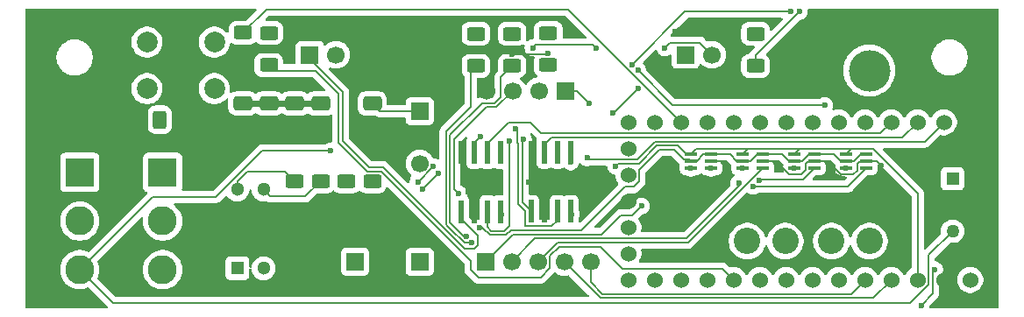
<source format=gbr>
%TF.GenerationSoftware,KiCad,Pcbnew,9.0.3*%
%TF.CreationDate,2025-10-02T05:42:33-04:00*%
%TF.ProjectId,Spii_v3,53706969-5f76-4332-9e6b-696361645f70,rev?*%
%TF.SameCoordinates,Original*%
%TF.FileFunction,Copper,L2,Bot*%
%TF.FilePolarity,Positive*%
%FSLAX46Y46*%
G04 Gerber Fmt 4.6, Leading zero omitted, Abs format (unit mm)*
G04 Created by KiCad (PCBNEW 9.0.3) date 2025-10-02 05:42:33*
%MOMM*%
%LPD*%
G01*
G04 APERTURE LIST*
G04 Aperture macros list*
%AMRoundRect*
0 Rectangle with rounded corners*
0 $1 Rounding radius*
0 $2 $3 $4 $5 $6 $7 $8 $9 X,Y pos of 4 corners*
0 Add a 4 corners polygon primitive as box body*
4,1,4,$2,$3,$4,$5,$6,$7,$8,$9,$2,$3,0*
0 Add four circle primitives for the rounded corners*
1,1,$1+$1,$2,$3*
1,1,$1+$1,$4,$5*
1,1,$1+$1,$6,$7*
1,1,$1+$1,$8,$9*
0 Add four rect primitives between the rounded corners*
20,1,$1+$1,$2,$3,$4,$5,0*
20,1,$1+$1,$4,$5,$6,$7,0*
20,1,$1+$1,$6,$7,$8,$9,0*
20,1,$1+$1,$8,$9,$2,$3,0*%
G04 Aperture macros list end*
%TA.AperFunction,ComponentPad*%
%ADD10R,1.700000X1.700000*%
%TD*%
%TA.AperFunction,ComponentPad*%
%ADD11C,1.700000*%
%TD*%
%TA.AperFunction,SMDPad,CuDef*%
%ADD12RoundRect,0.250000X0.650000X-0.412500X0.650000X0.412500X-0.650000X0.412500X-0.650000X-0.412500X0*%
%TD*%
%TA.AperFunction,SMDPad,CuDef*%
%ADD13R,0.508000X2.209800*%
%TD*%
%TA.AperFunction,SMDPad,CuDef*%
%ADD14R,3.098800X2.387600*%
%TD*%
%TA.AperFunction,ComponentPad*%
%ADD15C,2.550000*%
%TD*%
%TA.AperFunction,SMDPad,CuDef*%
%ADD16RoundRect,0.250000X0.400000X0.625000X-0.400000X0.625000X-0.400000X-0.625000X0.400000X-0.625000X0*%
%TD*%
%TA.AperFunction,SMDPad,CuDef*%
%ADD17RoundRect,0.250000X0.625000X-0.400000X0.625000X0.400000X-0.625000X0.400000X-0.625000X-0.400000X0*%
%TD*%
%TA.AperFunction,SMDPad,CuDef*%
%ADD18RoundRect,0.250000X-0.650000X0.412500X-0.650000X-0.412500X0.650000X-0.412500X0.650000X0.412500X0*%
%TD*%
%TA.AperFunction,SMDPad,CuDef*%
%ADD19RoundRect,0.050000X0.545000X0.150000X-0.545000X0.150000X-0.545000X-0.150000X0.545000X-0.150000X0*%
%TD*%
%TA.AperFunction,ComponentPad*%
%ADD20R,1.300000X1.300000*%
%TD*%
%TA.AperFunction,ComponentPad*%
%ADD21C,1.300000*%
%TD*%
%TA.AperFunction,ComponentPad*%
%ADD22R,1.270000X1.270000*%
%TD*%
%TA.AperFunction,ComponentPad*%
%ADD23C,1.270000*%
%TD*%
%TA.AperFunction,ComponentPad*%
%ADD24R,2.794000X2.794000*%
%TD*%
%TA.AperFunction,ComponentPad*%
%ADD25C,2.794000*%
%TD*%
%TA.AperFunction,ComponentPad*%
%ADD26RoundRect,0.760000X-1.140000X-1.140000X1.140000X-1.140000X1.140000X1.140000X-1.140000X1.140000X0*%
%TD*%
%TA.AperFunction,ComponentPad*%
%ADD27C,4.000000*%
%TD*%
%TA.AperFunction,ComponentPad*%
%ADD28C,2.000000*%
%TD*%
%TA.AperFunction,ComponentPad*%
%ADD29C,1.530000*%
%TD*%
%TA.AperFunction,SMDPad,CuDef*%
%ADD30RoundRect,0.250000X-0.625000X0.400000X-0.625000X-0.400000X0.625000X-0.400000X0.625000X0.400000X0*%
%TD*%
%TA.AperFunction,ViaPad*%
%ADD31C,0.600000*%
%TD*%
%TA.AperFunction,Conductor*%
%ADD32C,0.200000*%
%TD*%
%TA.AperFunction,Conductor*%
%ADD33C,0.600000*%
%TD*%
G04 APERTURE END LIST*
D10*
%TO.P,TV1,1,Pin_1*%
%TO.N,LCD_SDA*%
X185120000Y-127000000D03*
D11*
%TO.P,TV1,2,Pin_2*%
%TO.N,LCD_SCL*%
X182580000Y-127000000D03*
%TO.P,TV1,3,Pin_3*%
%TO.N,+3.3V*%
X180040000Y-127000000D03*
%TO.P,TV1,4,Pin_4*%
%TO.N,GND*%
X177500000Y-127000000D03*
%TD*%
D12*
%TO.P,0.1uF,1*%
%TO.N,+12V*%
X156500000Y-128187500D03*
%TO.P,0.1uF,2*%
%TO.N,GND*%
X156500000Y-131312500D03*
%TD*%
D13*
%TO.P,L_MOTOR_DRIVER1,1,GND*%
%TO.N,GND*%
X181845000Y-132874999D03*
%TO.P,L_MOTOR_DRIVER1,2,IN2*%
%TO.N,L_IN2*%
X183115000Y-132874999D03*
%TO.P,L_MOTOR_DRIVER1,3,IN1*%
%TO.N,L_IN1*%
X184385000Y-132874999D03*
%TO.P,L_MOTOR_DRIVER1,4,ILIM*%
%TO.N,Net-(L_MOTOR_DRIVER1-ILIM)*%
X185655000Y-132874999D03*
%TO.P,L_MOTOR_DRIVER1,5,VM*%
%TO.N,+12V*%
X185655000Y-138625001D03*
%TO.P,L_MOTOR_DRIVER1,6,OUT1*%
%TO.N,Net-(J9-Pin_2)*%
X184385000Y-138625001D03*
%TO.P,L_MOTOR_DRIVER1,7,PGND*%
%TO.N,GND*%
X183115000Y-138625001D03*
%TO.P,L_MOTOR_DRIVER1,8,OUT2*%
%TO.N,Net-(J9-Pin_1)*%
X181845000Y-138625001D03*
D14*
%TO.P,L_MOTOR_DRIVER1,9,PAD*%
%TO.N,GND*%
X183750000Y-135750000D03*
%TD*%
D13*
%TO.P,R_MOTOR_DRIVER1,1,GND*%
%TO.N,GND*%
X175095000Y-132894999D03*
%TO.P,R_MOTOR_DRIVER1,2,IN2*%
%TO.N,R_IN2*%
X176365000Y-132894999D03*
%TO.P,R_MOTOR_DRIVER1,3,IN1*%
%TO.N,R_IN1*%
X177635000Y-132894999D03*
%TO.P,R_MOTOR_DRIVER1,4,ILIM*%
%TO.N,Net-(R_MOTOR_DRIVER1-ILIM)*%
X178905000Y-132894999D03*
%TO.P,R_MOTOR_DRIVER1,5,VM*%
%TO.N,+12V*%
X178905000Y-138645001D03*
%TO.P,R_MOTOR_DRIVER1,6,OUT1*%
%TO.N,Net-(J10-Pin_2)*%
X177635000Y-138645001D03*
%TO.P,R_MOTOR_DRIVER1,7,PGND*%
%TO.N,GND*%
X176365000Y-138645001D03*
%TO.P,R_MOTOR_DRIVER1,8,OUT2*%
%TO.N,Net-(J10-Pin_1)*%
X175095000Y-138645001D03*
D14*
%TO.P,R_MOTOR_DRIVER1,9,PAD*%
%TO.N,GND*%
X177000000Y-135770000D03*
%TD*%
D10*
%TO.P,J9,1,Pin_1*%
%TO.N,Net-(J9-Pin_1)*%
X196750000Y-123475000D03*
D11*
%TO.P,J9,2,Pin_2*%
%TO.N,Net-(J9-Pin_2)*%
X199290000Y-123475000D03*
%TD*%
D10*
%TO.P,-       +,1,Pin_1*%
%TO.N,Net-(J10-Pin_1)*%
X160460000Y-123475000D03*
D11*
%TO.P,-       +,2,Pin_2*%
%TO.N,Net-(J10-Pin_2)*%
X163000000Y-123475000D03*
%TD*%
D15*
%TO.P,F1,2_2*%
%TO.N,Net-(U2-+VIN)*%
X214500000Y-141500000D03*
%TO.P,F1,2_1*%
X210840000Y-141500000D03*
%TO.P,F1,1_2*%
%TO.N,+12V*%
X206370000Y-141500000D03*
%TO.P,F1,1_1*%
X202710000Y-141500000D03*
%TD*%
D16*
%TO.P,500\u03A9,2*%
%TO.N,GND*%
X149062500Y-129750000D03*
%TO.P,500\u03A9,1*%
%TO.N,Net-(D6-K)*%
X145962500Y-129750000D03*
%TD*%
D17*
%TO.P,1k\u03A9,2*%
%TO.N,GND*%
X154000000Y-124450000D03*
%TO.P,1k\u03A9,1*%
%TO.N,Button*%
X154000000Y-121350000D03*
%TD*%
D10*
%TO.P,IR_PWR,1,Pin_1*%
%TO.N,+3.3|5*%
X164830000Y-143475000D03*
D11*
%TO.P,IR_PWR,2,Pin_2*%
%TO.N,GND*%
X167370000Y-143475000D03*
%TD*%
D10*
%TO.P,SIGNAL1,1,Pin_1*%
%TO.N,L_IR_RAW*%
X177420000Y-143500000D03*
D11*
%TO.P,SIGNAL1,2,Pin_2*%
%TO.N,M_IR_RAW*%
X179960000Y-143500000D03*
%TO.P,SIGNAL1,3,Pin_3*%
%TO.N,R_IR_RAW*%
X182500000Y-143500000D03*
%TO.P,SIGNAL1,4,Pin_4*%
%TO.N,L_LN*%
X185040000Y-143500000D03*
%TO.P,SIGNAL1,5,Pin_5*%
%TO.N,R_LN*%
X187580000Y-143500000D03*
%TD*%
D10*
%TO.P,LN_PWR,1,Pin_1*%
%TO.N,+3.3V*%
X171080000Y-143500000D03*
D11*
%TO.P,LN_PWR,2,Pin_2*%
%TO.N,GND*%
X173620000Y-143500000D03*
%TD*%
D10*
%TO.P,START_MOD1,1,Pin_1*%
%TO.N,+5V*%
X171080000Y-128920000D03*
D11*
%TO.P,START_MOD1,2,Pin_2*%
%TO.N,GND*%
X171080000Y-131460000D03*
%TO.P,START_MOD1,3,Pin_3*%
%TO.N,START_MOD_RAW*%
X171080000Y-134000000D03*
%TD*%
D18*
%TO.P,50uF,1*%
%TO.N,+12V*%
X159000000Y-128187500D03*
%TO.P,50uF,2*%
%TO.N,GND*%
X159000000Y-131312500D03*
%TD*%
D19*
%TO.P,M_IR,1,VCCA*%
%TO.N,+3.3|5*%
X209210000Y-133100000D03*
%TO.P,M_IR,2,GND*%
%TO.N,GND*%
X209210000Y-133750000D03*
%TO.P,M_IR,3,A*%
%TO.N,M_IR_RAW*%
X209210000Y-134400000D03*
%TO.P,M_IR,4,B*%
%TO.N,M_IR*%
X207290000Y-134400000D03*
%TO.P,M_IR,5,DIR*%
%TO.N,+3.3|5*%
X207290000Y-133750000D03*
%TO.P,M_IR,6,VCCB*%
%TO.N,+3.3V*%
X207290000Y-133100000D03*
%TD*%
D20*
%TO.P,SW_DIP1,1*%
%TO.N,+3.3V*%
X153460000Y-144120000D03*
D21*
%TO.P,SW_DIP1,2*%
X156000000Y-144120000D03*
%TO.P,SW_DIP1,3*%
%TO.N,DIP2*%
X156000000Y-136500000D03*
%TO.P,SW_DIP1,4*%
%TO.N,DIP1*%
X153460000Y-136500000D03*
%TD*%
D22*
%TO.P,U2,1,+VIN*%
%TO.N,Net-(U2-+VIN)*%
X222540000Y-135460000D03*
D23*
%TO.P,U2,2,GND*%
%TO.N,GND*%
X222540000Y-138000000D03*
%TO.P,U2,3,+VOUT*%
%TO.N,+5V*%
X222540000Y-140540000D03*
%TD*%
D19*
%TO.P,R_IR,1,VCCA*%
%TO.N,+3.3|5*%
X204210000Y-133100000D03*
%TO.P,R_IR,2,GND*%
%TO.N,GND*%
X204210000Y-133750000D03*
%TO.P,R_IR,3,A*%
%TO.N,R_IR_RAW*%
X204210000Y-134400000D03*
%TO.P,R_IR,4,B*%
%TO.N,R_IR*%
X202290000Y-134400000D03*
%TO.P,R_IR,5,DIR*%
%TO.N,+3.3|5*%
X202290000Y-133750000D03*
%TO.P,R_IR,6,VCCB*%
%TO.N,+3.3V*%
X202290000Y-133100000D03*
%TD*%
D24*
%TO.P,SW3,1,1*%
%TO.N,Net-(J7-Pin_2)*%
X146250000Y-134852000D03*
D25*
%TO.P,SW3,2,2*%
%TO.N,+12V*%
X146250000Y-139551000D03*
%TO.P,SW3,3,3*%
%TO.N,unconnected-(SW3-Pad3)*%
X146250000Y-144250000D03*
%TD*%
D18*
%TO.P,50uF,1*%
%TO.N,+12V*%
X161500000Y-128187500D03*
%TO.P,50uF,2*%
%TO.N,GND*%
X161500000Y-131312500D03*
%TD*%
D19*
%TO.P,L_IR,1,VCCA*%
%TO.N,+3.3|5*%
X214210000Y-133100000D03*
%TO.P,L_IR,2,GND*%
%TO.N,GND*%
X214210000Y-133750000D03*
%TO.P,L_IR,3,A*%
%TO.N,L_IR_RAW*%
X214210000Y-134400000D03*
%TO.P,L_IR,4,B*%
%TO.N,L_IR*%
X212290000Y-134400000D03*
%TO.P,L_IR,5,DIR*%
%TO.N,+3.3|5*%
X212290000Y-133750000D03*
%TO.P,L_IR,6,VCCB*%
%TO.N,+3.3V*%
X212290000Y-133100000D03*
%TD*%
D26*
%TO.P,J7,1,Pin_1*%
%TO.N,GND*%
X209500000Y-125000000D03*
D27*
%TO.P,J7,2,Pin_2*%
%TO.N,Net-(J7-Pin_2)*%
X214500000Y-125000000D03*
%TD*%
D19*
%TO.P,S_MOD,1,VCCA*%
%TO.N,+3.3|5*%
X199210000Y-133100000D03*
%TO.P,S_MOD,2,GND*%
%TO.N,GND*%
X199210000Y-133750000D03*
%TO.P,S_MOD,3,A*%
%TO.N,START_MOD_RAW*%
X199210000Y-134400000D03*
%TO.P,S_MOD,4,B*%
%TO.N,START_MOD*%
X197290000Y-134400000D03*
%TO.P,S_MOD,5,DIR*%
%TO.N,+3.3|5*%
X197290000Y-133750000D03*
%TO.P,S_MOD,6,VCCB*%
%TO.N,+3.3V*%
X197290000Y-133100000D03*
%TD*%
D18*
%TO.P,0.1uF,1*%
%TO.N,+5V*%
X166500000Y-128187500D03*
%TO.P,0.1uF,2*%
%TO.N,GND*%
X166500000Y-131312500D03*
%TD*%
D28*
%TO.P,SW1,1,1*%
%TO.N,+3.3V*%
X144750000Y-122250000D03*
X151250000Y-122250000D03*
%TO.P,SW1,2,2*%
%TO.N,Button*%
X144750000Y-126750000D03*
X151250000Y-126750000D03*
%TD*%
D24*
%TO.P,SW2,1,1*%
%TO.N,+3.3V*%
X138250000Y-134852000D03*
D25*
%TO.P,SW2,2,2*%
%TO.N,+3.3|5*%
X138250000Y-139551000D03*
%TO.P,SW2,3,3*%
%TO.N,+5V*%
X138250000Y-144250000D03*
%TD*%
D29*
%TO.P,Teensy 4.0,0,0*%
%TO.N,L_IN1*%
X221700000Y-130000000D03*
%TO.P,Teensy 4.0,1,1*%
%TO.N,L_IN2*%
X219160000Y-130000000D03*
%TO.P,Teensy 4.0,2,2*%
%TO.N,R_IN1*%
X216620000Y-130000000D03*
%TO.P,Teensy 4.0,3,3*%
%TO.N,R_IN2*%
X214080000Y-130000000D03*
%TO.P,Teensy 4.0,3.3V_1,3.3V_1*%
%TO.N,unconnected-(Teensy 4.0-Pad3.3V_1)*%
X191220000Y-135080000D03*
%TO.P,Teensy 4.0,3.3V_2,3.3V_2*%
%TO.N,+3.3V*%
X219160000Y-145240000D03*
%TO.P,Teensy 4.0,4,4*%
%TO.N,L_IR*%
X211540000Y-130000000D03*
%TO.P,Teensy 4.0,5,5*%
%TO.N,M_IR*%
X209000000Y-130000000D03*
%TO.P,Teensy 4.0,6,6*%
%TO.N,R_IR*%
X206460000Y-130000000D03*
%TO.P,Teensy 4.0,7,7*%
%TO.N,unconnected-(Teensy 4.0-Pad7)*%
X203920000Y-130000000D03*
%TO.P,Teensy 4.0,8,8*%
%TO.N,unconnected-(Teensy 4.0-Pad8)*%
X201380000Y-130000000D03*
%TO.P,Teensy 4.0,9,9*%
%TO.N,START_MOD*%
X198840000Y-130000000D03*
%TO.P,Teensy 4.0,10,10*%
%TO.N,Button*%
X196300000Y-130000000D03*
%TO.P,Teensy 4.0,11,11*%
%TO.N,DIP1*%
X193760000Y-130000000D03*
%TO.P,Teensy 4.0,12,12*%
%TO.N,DIP2*%
X191220000Y-130000000D03*
%TO.P,Teensy 4.0,13,13*%
%TO.N,LED5*%
X191220000Y-145240000D03*
%TO.P,Teensy 4.0,14,14*%
%TO.N,LED4*%
X193760000Y-145240000D03*
%TO.P,Teensy 4.0,15,15*%
%TO.N,LED3*%
X196300000Y-145240000D03*
%TO.P,Teensy 4.0,16,16*%
%TO.N,LED2*%
X198840000Y-145240000D03*
%TO.P,Teensy 4.0,17,17*%
%TO.N,LED1*%
X201380000Y-145240000D03*
%TO.P,Teensy 4.0,18,18*%
%TO.N,LCD_SDA*%
X203920000Y-145240000D03*
%TO.P,Teensy 4.0,19,19*%
%TO.N,LCD_SCL*%
X206460000Y-145240000D03*
%TO.P,Teensy 4.0,20,20*%
%TO.N,unconnected-(Teensy 4.0-Pad20)*%
X209000000Y-145240000D03*
%TO.P,Teensy 4.0,21,21*%
%TO.N,unconnected-(Teensy 4.0-Pad21)*%
X211540000Y-145240000D03*
%TO.P,Teensy 4.0,22,22*%
%TO.N,R_LN*%
X214080000Y-145240000D03*
%TO.P,Teensy 4.0,23,23*%
%TO.N,L_LN*%
X216620000Y-145240000D03*
%TO.P,Teensy 4.0,G1,G1*%
%TO.N,GND*%
X224240000Y-130000000D03*
%TO.P,Teensy 4.0,G2,G2*%
X191220000Y-137620000D03*
%TO.P,Teensy 4.0,G3,G3*%
X221700000Y-145240000D03*
%TO.P,Teensy 4.0,ON-OFF,ON/OFF*%
%TO.N,unconnected-(Teensy 4.0-ON{slash}OFF-PadON-OFF)*%
X191220000Y-142700000D03*
%TO.P,Teensy 4.0,PGM,PROGRAM*%
%TO.N,unconnected-(Teensy 4.0-PROGRAM-PadPGM)*%
X191220000Y-140160000D03*
%TO.P,Teensy 4.0,VBAT,VBAT*%
%TO.N,unconnected-(Teensy 4.0-PadVBAT)*%
X191220000Y-132540000D03*
%TO.P,Teensy 4.0,VIN,VIN*%
%TO.N,+5V*%
X224240000Y-145240000D03*
%TD*%
D30*
%TO.P,10k\u03A9,1*%
%TO.N,GND*%
X161500000Y-138800000D03*
%TO.P,10k\u03A9,2*%
%TO.N,DIP2*%
X161500000Y-135700000D03*
%TD*%
%TO.P,10k\u03A9,1*%
%TO.N,GND*%
X159000000Y-138800000D03*
%TO.P,10k\u03A9,2*%
%TO.N,DIP1*%
X159000000Y-135700000D03*
%TD*%
%TO.P,500\u03A9,1*%
%TO.N,LED5*%
X203500000Y-124550000D03*
%TO.P,500\u03A9,2*%
%TO.N,Net-(D5-A)*%
X203500000Y-121450000D03*
%TD*%
%TO.P,500\u03A9,1*%
%TO.N,LED4*%
X183500000Y-124462500D03*
%TO.P,500\u03A9,2*%
%TO.N,Net-(D4-A)*%
X183500000Y-121362500D03*
%TD*%
%TO.P,500\u03A9,1*%
%TO.N,LED3*%
X180000000Y-124550000D03*
%TO.P,500\u03A9,2*%
%TO.N,Net-(D3-A)*%
X180000000Y-121450000D03*
%TD*%
%TO.P,500\u03A9,1*%
%TO.N,LED2*%
X176500000Y-124550000D03*
%TO.P,500\u03A9,2*%
%TO.N,Net-(D2-A)*%
X176500000Y-121450000D03*
%TD*%
%TO.P,500\u03A9,1*%
%TO.N,LED1*%
X156500000Y-124462500D03*
%TO.P,500\u03A9,2*%
%TO.N,Net-(D1-A)*%
X156500000Y-121362500D03*
%TD*%
%TO.P,18k\u03A9,1*%
%TO.N,Net-(L_MOTOR_DRIVER1-ILIM)*%
X164000000Y-135700000D03*
%TO.P,18k\u03A9,2*%
%TO.N,GND*%
X164000000Y-138800000D03*
%TD*%
%TO.P,18k\u03A9,1*%
%TO.N,Net-(R_MOTOR_DRIVER1-ILIM)*%
X166500000Y-135700000D03*
%TO.P,18k\u03A9,2*%
%TO.N,GND*%
X166500000Y-138800000D03*
%TD*%
D18*
%TO.P,0.1uF,1*%
%TO.N,+12V*%
X154000000Y-128187500D03*
%TO.P,0.1uF,2*%
%TO.N,GND*%
X154000000Y-131312500D03*
%TD*%
D31*
%TO.N,GND*%
X183500000Y-123312500D03*
X180000000Y-123400000D03*
X180000000Y-123400000D03*
X160750000Y-120750000D03*
X158250000Y-123250000D03*
X164750000Y-146000000D03*
X195750000Y-121200000D03*
X185900000Y-121200000D03*
X177000000Y-135770000D03*
X181600000Y-135750000D03*
X189000000Y-136850000D03*
X215602122Y-134147878D03*
%TO.N,Net-(J9-Pin_2)*%
X194750000Y-122800000D03*
X180301473Y-130600000D03*
X182000000Y-122800000D03*
X188100735Y-122800000D03*
%TO.N,Net-(D5-A)*%
X203500000Y-121200000D03*
%TO.N,Net-(D4-A)*%
X183500000Y-121200000D03*
%TO.N,Net-(D3-A)*%
X180000000Y-121200000D03*
%TO.N,Net-(D2-A)*%
X176500000Y-121200000D03*
%TO.N,Net-(D1-A)*%
X156500000Y-121200000D03*
%TO.N,Net-(D6-K)*%
X145962500Y-129750000D03*
%TO.N,Button*%
X154000000Y-121350000D03*
%TO.N,+3.3|5*%
X176824774Y-140205596D03*
%TO.N,+3.3V*%
X174839265Y-136910735D03*
X190000000Y-134250000D03*
%TO.N,LCD_SCL*%
X192139952Y-124991422D03*
X210198528Y-128350000D03*
%TO.N,LCD_SDA*%
X187424265Y-128174265D03*
%TO.N,+3.3V*%
X219500000Y-147700000D03*
X220826000Y-144250000D03*
%TO.N,+5V*%
X166500000Y-128187500D03*
X162500000Y-132750000D03*
%TO.N,Net-(L_MOTOR_DRIVER1-ILIM)*%
X185655000Y-133850000D03*
X172863101Y-134934571D03*
X171312681Y-136437834D03*
X164000000Y-135750000D03*
%TO.N,Net-(R_MOTOR_DRIVER1-ILIM)*%
X178905000Y-133449000D03*
X166500000Y-135750000D03*
X170902818Y-135750800D03*
X172400200Y-134282094D03*
%TO.N,Net-(J9-Pin_1)*%
X192192235Y-126740765D03*
X181101955Y-131666000D03*
X189730920Y-129133000D03*
%TO.N,Net-(J10-Pin_2)*%
X179750000Y-131848000D03*
%TO.N,LED2*%
X176100000Y-141658645D03*
%TO.N,LED3*%
X175617417Y-141018888D03*
%TO.N,LED4*%
X183500000Y-124700000D03*
X191574265Y-124425735D03*
X206901473Y-119300000D03*
%TO.N,LED5*%
X207750000Y-119300000D03*
%TO.N,L_IN1*%
X184385000Y-133449000D03*
X187250000Y-133449000D03*
%TO.N,R_IN2*%
X176974212Y-131375683D03*
%TO.N,DIP1*%
X159000000Y-135700000D03*
%TO.N,DIP2*%
X161500000Y-135700000D03*
%TO.N,L_IR_RAW*%
X192500000Y-138094000D03*
%TO.N,START_MOD_RAW*%
X199210000Y-134450000D03*
%TO.N,START_MOD*%
X197290000Y-134450000D03*
%TO.N,L_IR_RAW*%
X203266152Y-136192378D03*
%TO.N,M_IR_RAW*%
X201880735Y-135880735D03*
X203854265Y-135604265D03*
%TO.N,L_IR*%
X212290000Y-134450000D03*
%TO.N,M_IR*%
X207290000Y-134450000D03*
%TO.N,R_IR*%
X202290000Y-134450000D03*
%TO.N,+12V*%
X154000000Y-128187500D03*
X185750000Y-138894000D03*
X179000000Y-138894000D03*
%TO.N,GND*%
X199500000Y-137251000D03*
X202875000Y-137375000D03*
%TD*%
D32*
%TO.N,GND*%
X183412500Y-123400000D02*
X183500000Y-123312500D01*
X180000000Y-123400000D02*
X183412500Y-123400000D01*
X158250000Y-123250000D02*
X160750000Y-120750000D01*
X164845000Y-146000000D02*
X164750000Y-146000000D01*
X167370000Y-143475000D02*
X164845000Y-146000000D01*
X170932500Y-131312500D02*
X171080000Y-131460000D01*
X183750000Y-135750000D02*
X181600000Y-135750000D01*
X187900000Y-135750000D02*
X183750000Y-135750000D01*
X189000000Y-136850000D02*
X187900000Y-135750000D01*
%TO.N,+3.3|5*%
X177140185Y-140205596D02*
X176824774Y-140205596D01*
X177234000Y-140299411D02*
X177140185Y-140205596D01*
X177234000Y-140301100D02*
X177234000Y-140299411D01*
X177833900Y-140901000D02*
X177234000Y-140301100D01*
X179416100Y-140901000D02*
X177833900Y-140901000D01*
X179886100Y-140431000D02*
X179416100Y-140901000D01*
X186694000Y-140431000D02*
X179886100Y-140431000D01*
X190875000Y-136250000D02*
X186694000Y-140431000D01*
X191750000Y-136250000D02*
X190875000Y-136250000D01*
X192286000Y-135714000D02*
X191750000Y-136250000D01*
X194202901Y-132672099D02*
X192286000Y-134589000D01*
X192286000Y-134589000D02*
X192286000Y-135714000D01*
X195669325Y-132672099D02*
X194202901Y-132672099D01*
X197290000Y-133750000D02*
X197141000Y-133601000D01*
X197141000Y-133601000D02*
X196598226Y-133601000D01*
X196598226Y-133601000D02*
X195669325Y-132672099D01*
%TO.N,+5V*%
X167232500Y-128920000D02*
X166500000Y-128187500D01*
X171080000Y-128920000D02*
X167232500Y-128920000D01*
%TO.N,GND*%
X215204244Y-133750000D02*
X215602122Y-134147878D01*
X214210000Y-133750000D02*
X215204244Y-133750000D01*
X213615000Y-133750000D02*
X214210000Y-133750000D01*
X212959774Y-135051000D02*
X213314000Y-134696774D01*
X211748226Y-135051000D02*
X212959774Y-135051000D01*
X210447226Y-133750000D02*
X211748226Y-135051000D01*
X213314000Y-134696774D02*
X213314000Y-134051000D01*
X209210000Y-133750000D02*
X210447226Y-133750000D01*
X213314000Y-134051000D02*
X213615000Y-133750000D01*
X208615000Y-133750000D02*
X209210000Y-133750000D01*
X208314000Y-134051000D02*
X208615000Y-133750000D01*
X207895774Y-135051000D02*
X208314000Y-134632774D01*
X206748226Y-135051000D02*
X207895774Y-135051000D01*
X205447226Y-133750000D02*
X206748226Y-135051000D01*
X204210000Y-133750000D02*
X205447226Y-133750000D01*
X208314000Y-134632774D02*
X208314000Y-134051000D01*
X200250000Y-133750000D02*
X200500000Y-134000000D01*
X199210000Y-133750000D02*
X200250000Y-133750000D01*
%TO.N,M_IR_RAW*%
X182227000Y-141233000D02*
X179960000Y-143500000D01*
X196809900Y-141233000D02*
X182227000Y-141233000D01*
X201880735Y-136162165D02*
X196809900Y-141233000D01*
X201880735Y-135880735D02*
X201880735Y-136162165D01*
%TO.N,Net-(J9-Pin_2)*%
X180500000Y-130798527D02*
X180301473Y-130600000D01*
X180500000Y-132000000D02*
X180500000Y-130798527D01*
X180586012Y-132000000D02*
X180500000Y-132000000D01*
X180599000Y-132012988D02*
X180586012Y-132000000D01*
X180599000Y-137946101D02*
X180599000Y-132012988D01*
X181280000Y-140030000D02*
X181250000Y-140000000D01*
X183830901Y-140030000D02*
X181280000Y-140030000D01*
X184385000Y-139475901D02*
X183830901Y-140030000D01*
X181250000Y-140000000D02*
X181250000Y-138597101D01*
X181250000Y-138597101D02*
X180599000Y-137946101D01*
X184385000Y-138625001D02*
X184385000Y-139475901D01*
X187800735Y-122500000D02*
X188100735Y-122800000D01*
X182300000Y-122500000D02*
X187800735Y-122500000D01*
X182000000Y-122800000D02*
X182300000Y-122500000D01*
X198139000Y-122324000D02*
X199290000Y-123475000D01*
X194750000Y-122800000D02*
X195226000Y-122324000D01*
X195226000Y-122324000D02*
X198139000Y-122324000D01*
%TO.N,R_IN1*%
X215554000Y-131066000D02*
X216620000Y-130000000D01*
X182816000Y-131066000D02*
X215554000Y-131066000D01*
X179679099Y-130000000D02*
X181750000Y-130000000D01*
X177635000Y-132044099D02*
X179679099Y-130000000D01*
X181750000Y-130000000D02*
X182816000Y-131066000D01*
X177635000Y-132894999D02*
X177635000Y-132044099D01*
%TO.N,LED1*%
X157037500Y-125000000D02*
X156500000Y-124462500D01*
X161000000Y-125000000D02*
X157037500Y-125000000D01*
X163250000Y-127250000D02*
X161000000Y-125000000D01*
X163250000Y-132000000D02*
X163250000Y-127250000D01*
X165999000Y-134749000D02*
X163250000Y-132000000D01*
X167360160Y-134749000D02*
X165999000Y-134749000D01*
X176000000Y-143388840D02*
X167360160Y-134749000D01*
X176000000Y-144252240D02*
X176000000Y-143388840D01*
X176747760Y-145000000D02*
X176000000Y-144252240D01*
X183651000Y-144099000D02*
X182750000Y-145000000D01*
X183651000Y-142916100D02*
X183651000Y-144099000D01*
X190674000Y-144174000D02*
X188535000Y-142035000D01*
X188535000Y-142035000D02*
X184532100Y-142035000D01*
X184532100Y-142035000D02*
X183651000Y-142916100D01*
X200314000Y-144174000D02*
X190674000Y-144174000D01*
X182750000Y-145000000D02*
X176747760Y-145000000D01*
X201380000Y-145240000D02*
X200314000Y-144174000D01*
%TO.N,R_LN*%
X187580000Y-145472900D02*
X187580000Y-143500000D01*
X188706100Y-146599000D02*
X187580000Y-145472900D01*
X212721000Y-146599000D02*
X188706100Y-146599000D01*
X214080000Y-145240000D02*
X212721000Y-146599000D01*
%TO.N,+3.3V*%
X192235652Y-134007000D02*
X190243000Y-134007000D01*
X193971553Y-132271099D02*
X192235652Y-134007000D01*
X190243000Y-134007000D02*
X190000000Y-134250000D01*
X196021099Y-132271099D02*
X193971553Y-132271099D01*
X196850000Y-133100000D02*
X196021099Y-132271099D01*
X197290000Y-133100000D02*
X196850000Y-133100000D01*
%TO.N,LED3*%
X178889000Y-125661000D02*
X180000000Y-124550000D01*
X178889000Y-127583900D02*
X178889000Y-125661000D01*
X177099000Y-128151000D02*
X178321900Y-128151000D01*
X174141000Y-139823900D02*
X174000000Y-139682900D01*
X174259570Y-139942470D02*
X174258156Y-139942470D01*
X174000000Y-131250000D02*
X177099000Y-128151000D01*
X175335988Y-141018888D02*
X174259570Y-139942470D01*
X174258156Y-139942470D02*
X174141000Y-139825314D01*
X178321900Y-128151000D02*
X178889000Y-127583900D01*
X174141000Y-139825314D02*
X174141000Y-139823900D01*
X175617417Y-141018888D02*
X175335988Y-141018888D01*
X174000000Y-139682900D02*
X174000000Y-131250000D01*
%TO.N,Net-(J10-Pin_1)*%
X175095000Y-139324351D02*
X175095000Y-138645001D01*
X176701000Y-140930351D02*
X175095000Y-139324351D01*
X176701000Y-141907588D02*
X176701000Y-140930351D01*
X176348943Y-142259645D02*
X176701000Y-141907588D01*
X175851057Y-142259645D02*
X176348943Y-142259645D01*
X166165100Y-134348000D02*
X167526260Y-134348000D01*
X167526260Y-134348000D02*
X175428260Y-142250000D01*
X163651000Y-127083900D02*
X163651000Y-131833900D01*
X163651000Y-131833900D02*
X166165100Y-134348000D01*
X160460000Y-123892900D02*
X163651000Y-127083900D01*
X175841412Y-142250000D02*
X175851057Y-142259645D01*
X160460000Y-123475000D02*
X160460000Y-123892900D01*
X175428260Y-142250000D02*
X175841412Y-142250000D01*
%TO.N,+3.3V*%
X174401000Y-136472470D02*
X174839265Y-136910735D01*
X177500000Y-128552000D02*
X174401000Y-131651000D01*
X174401000Y-131651000D02*
X174401000Y-136472470D01*
X180040000Y-127000000D02*
X178488000Y-128552000D01*
X178488000Y-128552000D02*
X177500000Y-128552000D01*
%TO.N,LED2*%
X173599000Y-130901000D02*
X173599000Y-139850414D01*
X173599000Y-139850414D02*
X173749293Y-140000707D01*
X176000000Y-125050000D02*
X176000000Y-128500000D01*
X176000000Y-128500000D02*
X173599000Y-130901000D01*
X176500000Y-124550000D02*
X176000000Y-125050000D01*
%TO.N,LCD_SCL*%
X195498530Y-128350000D02*
X192139952Y-124991422D01*
X210198528Y-128350000D02*
X195498530Y-128350000D01*
%TO.N,LCD_SDA*%
X186250000Y-127000000D02*
X185120000Y-127000000D01*
X187424265Y-128174265D02*
X186250000Y-127000000D01*
%TO.N,Net-(J9-Pin_1)*%
X189800000Y-129133000D02*
X189730920Y-129133000D01*
X192192235Y-126740765D02*
X189800000Y-129133000D01*
%TO.N,+3.3V*%
X220634000Y-146566000D02*
X219500000Y-147700000D01*
X220826000Y-144250000D02*
X220634000Y-144442000D01*
X220634000Y-144442000D02*
X220634000Y-146566000D01*
%TO.N,DIP2*%
X160050001Y-137149999D02*
X161500000Y-135700000D01*
X156000000Y-136500000D02*
X156649999Y-137149999D01*
X156649999Y-137149999D02*
X160050001Y-137149999D01*
%TO.N,+5V*%
X151415082Y-137200000D02*
X155865082Y-132750000D01*
X145300000Y-137200000D02*
X151415082Y-137200000D01*
X155865082Y-132750000D02*
X162500000Y-132750000D01*
X138250000Y-144250000D02*
X145300000Y-137200000D01*
X218407552Y-147500000D02*
X141500000Y-147500000D01*
X141500000Y-147500000D02*
X138250000Y-144250000D01*
X220226000Y-145681552D02*
X218407552Y-147500000D01*
X220226000Y-142854000D02*
X220226000Y-145681552D01*
X222540000Y-140540000D02*
X220226000Y-142854000D01*
%TO.N,+3.3|5*%
X213667226Y-133100000D02*
X214210000Y-133100000D01*
X213017226Y-133750000D02*
X213667226Y-133100000D01*
X212290000Y-133750000D02*
X213017226Y-133750000D01*
X211747226Y-133750000D02*
X212290000Y-133750000D01*
X211097226Y-133100000D02*
X211747226Y-133750000D01*
X209210000Y-133100000D02*
X211097226Y-133100000D01*
X208017226Y-133750000D02*
X208667226Y-133100000D01*
X207290000Y-133750000D02*
X208017226Y-133750000D01*
X208667226Y-133100000D02*
X209210000Y-133100000D01*
X206747226Y-133750000D02*
X207290000Y-133750000D01*
X206097226Y-133100000D02*
X206747226Y-133750000D01*
X204210000Y-133100000D02*
X206097226Y-133100000D01*
X203667226Y-133100000D02*
X204210000Y-133100000D01*
X203017226Y-133750000D02*
X203667226Y-133100000D01*
X202290000Y-133750000D02*
X203017226Y-133750000D01*
X201695000Y-133750000D02*
X202290000Y-133750000D01*
X201045000Y-133100000D02*
X201695000Y-133750000D01*
X199210000Y-133100000D02*
X201045000Y-133100000D01*
X198482774Y-133100000D02*
X199210000Y-133100000D01*
X197832774Y-133750000D02*
X198482774Y-133100000D01*
X197290000Y-133750000D02*
X197832774Y-133750000D01*
%TO.N,Net-(L_MOTOR_DRIVER1-ILIM)*%
X171359838Y-136437834D02*
X172863101Y-134934571D01*
X171312681Y-136437834D02*
X171359838Y-136437834D01*
%TO.N,Net-(R_MOTOR_DRIVER1-ILIM)*%
X172400200Y-134307560D02*
X172400200Y-134282094D01*
X170902818Y-135750800D02*
X170956960Y-135750800D01*
X170956960Y-135750800D02*
X172400200Y-134307560D01*
%TO.N,Net-(L_MOTOR_DRIVER1-ILIM)*%
X164000000Y-135700000D02*
X164000000Y-135750000D01*
%TO.N,Net-(R_MOTOR_DRIVER1-ILIM)*%
X166500000Y-135700000D02*
X166500000Y-135750000D01*
%TO.N,R_IN2*%
X176365000Y-131984895D02*
X176365000Y-132894999D01*
X176974212Y-131375683D02*
X176365000Y-131984895D01*
%TO.N,Net-(J9-Pin_1)*%
X181000000Y-131767955D02*
X181000000Y-137780001D01*
X181101955Y-131666000D02*
X181000000Y-131767955D01*
X181000000Y-137780001D02*
X181845000Y-138625001D01*
%TO.N,Net-(J10-Pin_2)*%
X179750000Y-140000000D02*
X179750000Y-139250000D01*
X179250000Y-140500000D02*
X179750000Y-140000000D01*
X178000000Y-140500000D02*
X179250000Y-140500000D01*
X177635000Y-140135000D02*
X178000000Y-140500000D01*
X177635000Y-138645001D02*
X177635000Y-140135000D01*
X179750000Y-139250000D02*
X179750000Y-131848000D01*
%TO.N,LED2*%
X174092057Y-140343470D02*
X173749293Y-140000707D01*
X174093470Y-140343470D02*
X174092057Y-140343470D01*
X175408645Y-141658645D02*
X174093470Y-140343470D01*
X176100000Y-141658645D02*
X175408645Y-141658645D01*
X173749293Y-140000707D02*
X173740000Y-139991413D01*
X173740000Y-139991413D02*
X173740000Y-139990000D01*
%TO.N,LED4*%
X196700000Y-119300000D02*
X191574265Y-124425735D01*
X206901473Y-119300000D02*
X196700000Y-119300000D01*
%TO.N,LED5*%
X203500000Y-123550000D02*
X203500000Y-124550000D01*
X207750000Y-119300000D02*
X203500000Y-123550000D01*
%TO.N,L_IN2*%
X183115000Y-132184099D02*
X183115000Y-132874999D01*
X183832099Y-131467000D02*
X183115000Y-132184099D01*
X215722199Y-131469099D02*
X215720100Y-131467000D01*
X215720100Y-131467000D02*
X183832099Y-131467000D01*
X217690901Y-131469099D02*
X215722199Y-131469099D01*
X219160000Y-130000000D02*
X217690901Y-131469099D01*
%TO.N,L_IN1*%
X187407000Y-133606000D02*
X187250000Y-133449000D01*
X193805453Y-131870099D02*
X192069552Y-133606000D01*
X219829901Y-131870099D02*
X193805453Y-131870099D01*
X192069552Y-133606000D02*
X187407000Y-133606000D01*
X221700000Y-130000000D02*
X219829901Y-131870099D01*
%TO.N,Button*%
X156249000Y-119101000D02*
X154000000Y-121350000D01*
X196300000Y-130000000D02*
X185401000Y-119101000D01*
X185401000Y-119101000D02*
X156249000Y-119101000D01*
%TO.N,+3.3V*%
X197791000Y-132599000D02*
X203000000Y-132599000D01*
X197290000Y-133100000D02*
X197791000Y-132599000D01*
X203000000Y-132599000D02*
X208000000Y-132599000D01*
X208000000Y-132599000D02*
X213000000Y-132599000D01*
X202290000Y-133100000D02*
X202791000Y-132599000D01*
X202791000Y-132599000D02*
X203000000Y-132599000D01*
X207791000Y-132599000D02*
X208000000Y-132599000D01*
X213000000Y-132599000D02*
X212791000Y-132599000D01*
X207290000Y-133100000D02*
X207791000Y-132599000D01*
X219160000Y-145240000D02*
X219160000Y-136857226D01*
X219160000Y-136857226D02*
X214901774Y-132599000D01*
X214901774Y-132599000D02*
X213000000Y-132599000D01*
X212791000Y-132599000D02*
X212290000Y-133100000D01*
%TO.N,L_IR_RAW*%
X188668000Y-140832000D02*
X180088000Y-140832000D01*
X190500000Y-139000000D02*
X188668000Y-140832000D01*
X180088000Y-140832000D02*
X177420000Y-143500000D01*
X191594000Y-139000000D02*
X190500000Y-139000000D01*
X192500000Y-138094000D02*
X191594000Y-139000000D01*
%TO.N,START_MOD_RAW*%
X199210000Y-134450000D02*
X199210000Y-134400000D01*
%TO.N,L_IR_RAW*%
X203279039Y-136205265D02*
X203266152Y-136192378D01*
X212404735Y-136205265D02*
X203279039Y-136205265D01*
X214210000Y-134400000D02*
X212404735Y-136205265D01*
%TO.N,M_IR_RAW*%
X208110000Y-135500000D02*
X209210000Y-134400000D01*
X203958530Y-135500000D02*
X208110000Y-135500000D01*
X203854265Y-135604265D02*
X203958530Y-135500000D01*
%TO.N,R_IR_RAW*%
X184366000Y-141634000D02*
X182500000Y-143500000D01*
X196976000Y-141634000D02*
X184366000Y-141634000D01*
X204210000Y-134400000D02*
X196976000Y-141634000D01*
%TO.N,L_LN*%
X216620000Y-145240000D02*
X214860000Y-147000000D01*
X214860000Y-147000000D02*
X188540000Y-147000000D01*
X188540000Y-147000000D02*
X185040000Y-143500000D01*
D33*
%TO.N,+12V*%
X154000000Y-128187500D02*
X161500000Y-128187500D01*
D32*
%TO.N,DIP1*%
X158050000Y-134750000D02*
X159000000Y-135700000D01*
X154432182Y-134750000D02*
X158050000Y-134750000D01*
X153460000Y-136500000D02*
X153460000Y-135722182D01*
X153460000Y-135722182D02*
X154432182Y-134750000D01*
%TD*%
%TA.AperFunction,Conductor*%
%TO.N,GND*%
G36*
X155267942Y-119020185D02*
G01*
X155313697Y-119072989D01*
X155323641Y-119142147D01*
X155294616Y-119205703D01*
X155288584Y-119212181D01*
X154337582Y-120163181D01*
X154276259Y-120196666D01*
X154249901Y-120199500D01*
X153324998Y-120199500D01*
X153324980Y-120199501D01*
X153222203Y-120210000D01*
X153222200Y-120210001D01*
X153055668Y-120265185D01*
X153055663Y-120265187D01*
X152906342Y-120357289D01*
X152782289Y-120481342D01*
X152690187Y-120630663D01*
X152690186Y-120630666D01*
X152635001Y-120797203D01*
X152635001Y-120797204D01*
X152635000Y-120797204D01*
X152624500Y-120899983D01*
X152624500Y-121207402D01*
X152604815Y-121274441D01*
X152552011Y-121320196D01*
X152482853Y-121330140D01*
X152419297Y-121301115D01*
X152400184Y-121280291D01*
X152394517Y-121272490D01*
X152227510Y-121105483D01*
X152036433Y-120966657D01*
X151825996Y-120859433D01*
X151601368Y-120786446D01*
X151368097Y-120749500D01*
X151368092Y-120749500D01*
X151131908Y-120749500D01*
X151131903Y-120749500D01*
X150898631Y-120786446D01*
X150674003Y-120859433D01*
X150463566Y-120966657D01*
X150417685Y-120999992D01*
X150272490Y-121105483D01*
X150272488Y-121105485D01*
X150272487Y-121105485D01*
X150105485Y-121272487D01*
X150105485Y-121272488D01*
X150105483Y-121272490D01*
X150067140Y-121325265D01*
X149966657Y-121463566D01*
X149859433Y-121674003D01*
X149786446Y-121898631D01*
X149749500Y-122131902D01*
X149749500Y-122368097D01*
X149786446Y-122601368D01*
X149859433Y-122825996D01*
X149886360Y-122878842D01*
X149966657Y-123036433D01*
X150105483Y-123227510D01*
X150272490Y-123394517D01*
X150463567Y-123533343D01*
X150557662Y-123581287D01*
X150674003Y-123640566D01*
X150674005Y-123640566D01*
X150674008Y-123640568D01*
X150721497Y-123655998D01*
X150898631Y-123713553D01*
X151131903Y-123750500D01*
X151131908Y-123750500D01*
X151368097Y-123750500D01*
X151601368Y-123713553D01*
X151825992Y-123640568D01*
X152036433Y-123533343D01*
X152227510Y-123394517D01*
X152394517Y-123227510D01*
X152533343Y-123036433D01*
X152640568Y-122825992D01*
X152713553Y-122601368D01*
X152719075Y-122566503D01*
X152738910Y-122441272D01*
X152768839Y-122378137D01*
X152828151Y-122341206D01*
X152898013Y-122342204D01*
X152926474Y-122355128D01*
X153055666Y-122434814D01*
X153222203Y-122489999D01*
X153324991Y-122500500D01*
X154675008Y-122500499D01*
X154777797Y-122489999D01*
X154944334Y-122434814D01*
X155093656Y-122342712D01*
X155156069Y-122280299D01*
X155217392Y-122246814D01*
X155287084Y-122251798D01*
X155331431Y-122280299D01*
X155406344Y-122355212D01*
X155555666Y-122447314D01*
X155722203Y-122502499D01*
X155824991Y-122513000D01*
X157175008Y-122512999D01*
X157277797Y-122502499D01*
X157444334Y-122447314D01*
X157593656Y-122355212D01*
X157717712Y-122231156D01*
X157809814Y-122081834D01*
X157864999Y-121915297D01*
X157875500Y-121812509D01*
X157875499Y-120999983D01*
X175124500Y-120999983D01*
X175124500Y-121900001D01*
X175124501Y-121900019D01*
X175135000Y-122002796D01*
X175135001Y-122002799D01*
X175190185Y-122169331D01*
X175190187Y-122169336D01*
X175223561Y-122223444D01*
X175282288Y-122318656D01*
X175406344Y-122442712D01*
X175555666Y-122534814D01*
X175722203Y-122589999D01*
X175824991Y-122600500D01*
X177175008Y-122600499D01*
X177277797Y-122589999D01*
X177444334Y-122534814D01*
X177593656Y-122442712D01*
X177717712Y-122318656D01*
X177809814Y-122169334D01*
X177864999Y-122002797D01*
X177875500Y-121900009D01*
X177875499Y-120999992D01*
X177864999Y-120897203D01*
X177809814Y-120730666D01*
X177717712Y-120581344D01*
X177593656Y-120457288D01*
X177444334Y-120365186D01*
X177277797Y-120310001D01*
X177277795Y-120310000D01*
X177175010Y-120299500D01*
X175824998Y-120299500D01*
X175824981Y-120299501D01*
X175722203Y-120310000D01*
X175722200Y-120310001D01*
X175555668Y-120365185D01*
X175555663Y-120365187D01*
X175406342Y-120457289D01*
X175282289Y-120581342D01*
X175190187Y-120730663D01*
X175190186Y-120730666D01*
X175135001Y-120897203D01*
X175135001Y-120897204D01*
X175135000Y-120897204D01*
X175124500Y-120999983D01*
X157875499Y-120999983D01*
X157875499Y-120912492D01*
X157873937Y-120897204D01*
X157864999Y-120809703D01*
X157864998Y-120809700D01*
X157857292Y-120786446D01*
X157809814Y-120643166D01*
X157717712Y-120493844D01*
X157593656Y-120369788D01*
X157444334Y-120277686D01*
X157277797Y-120222501D01*
X157277795Y-120222500D01*
X157175016Y-120212000D01*
X157175009Y-120212000D01*
X156286596Y-120212000D01*
X156219557Y-120192315D01*
X156173802Y-120139511D01*
X156163858Y-120070353D01*
X156192883Y-120006797D01*
X156198915Y-120000319D01*
X156262416Y-119936819D01*
X156461416Y-119737819D01*
X156522739Y-119704334D01*
X156549097Y-119701500D01*
X185100903Y-119701500D01*
X185167942Y-119721185D01*
X185188584Y-119737819D01*
X187138584Y-121687819D01*
X187172069Y-121749142D01*
X187167085Y-121818834D01*
X187125213Y-121874767D01*
X187059749Y-121899184D01*
X187050903Y-121899500D01*
X184999500Y-121899500D01*
X184932461Y-121879815D01*
X184886706Y-121827011D01*
X184875500Y-121775500D01*
X184875499Y-120912498D01*
X184875498Y-120912480D01*
X184864999Y-120809703D01*
X184864998Y-120809700D01*
X184857292Y-120786446D01*
X184809814Y-120643166D01*
X184717712Y-120493844D01*
X184593656Y-120369788D01*
X184444334Y-120277686D01*
X184277797Y-120222501D01*
X184277795Y-120222500D01*
X184175010Y-120212000D01*
X182824998Y-120212000D01*
X182824981Y-120212001D01*
X182722203Y-120222500D01*
X182722200Y-120222501D01*
X182555668Y-120277685D01*
X182555663Y-120277687D01*
X182406342Y-120369789D01*
X182282289Y-120493842D01*
X182190187Y-120643163D01*
X182190186Y-120643166D01*
X182135001Y-120809703D01*
X182135001Y-120809704D01*
X182135000Y-120809704D01*
X182124500Y-120912483D01*
X182124500Y-121812501D01*
X182124501Y-121812517D01*
X182125548Y-121822765D01*
X182122216Y-121840682D01*
X182123949Y-121858823D01*
X182115961Y-121874317D01*
X182112774Y-121891457D01*
X182100283Y-121904728D01*
X182091934Y-121920926D01*
X182065404Y-121941791D01*
X182064890Y-121942338D01*
X182064192Y-121942745D01*
X182042475Y-121955284D01*
X182018095Y-121969360D01*
X181994664Y-121982887D01*
X181932666Y-121999500D01*
X181921155Y-121999500D01*
X181766510Y-122030261D01*
X181766498Y-122030264D01*
X181620827Y-122090602D01*
X181620809Y-122090612D01*
X181554483Y-122134930D01*
X181487806Y-122155808D01*
X181420426Y-122137323D01*
X181373736Y-122085344D01*
X181362560Y-122016374D01*
X181364342Y-122005862D01*
X181364995Y-122002807D01*
X181364999Y-122002797D01*
X181375500Y-121900009D01*
X181375499Y-120999992D01*
X181364999Y-120897203D01*
X181309814Y-120730666D01*
X181217712Y-120581344D01*
X181093656Y-120457288D01*
X180944334Y-120365186D01*
X180777797Y-120310001D01*
X180777795Y-120310000D01*
X180675010Y-120299500D01*
X179324998Y-120299500D01*
X179324981Y-120299501D01*
X179222203Y-120310000D01*
X179222200Y-120310001D01*
X179055668Y-120365185D01*
X179055663Y-120365187D01*
X178906342Y-120457289D01*
X178782289Y-120581342D01*
X178690187Y-120730663D01*
X178690186Y-120730666D01*
X178635001Y-120897203D01*
X178635001Y-120897204D01*
X178635000Y-120897204D01*
X178624500Y-120999983D01*
X178624500Y-121900001D01*
X178624501Y-121900019D01*
X178635000Y-122002796D01*
X178635001Y-122002799D01*
X178690185Y-122169331D01*
X178690187Y-122169336D01*
X178723561Y-122223444D01*
X178782288Y-122318656D01*
X178906344Y-122442712D01*
X179055666Y-122534814D01*
X179222203Y-122589999D01*
X179324991Y-122600500D01*
X180675008Y-122600499D01*
X180777797Y-122589999D01*
X180944334Y-122534814D01*
X181035195Y-122478770D01*
X181102586Y-122460330D01*
X181169250Y-122481252D01*
X181214019Y-122534894D01*
X181222681Y-122604225D01*
X181221908Y-122608500D01*
X181199500Y-122721153D01*
X181199500Y-122878846D01*
X181230261Y-123033489D01*
X181230264Y-123033501D01*
X181290602Y-123179172D01*
X181290609Y-123179185D01*
X181378210Y-123310288D01*
X181378213Y-123310292D01*
X181489707Y-123421786D01*
X181489711Y-123421789D01*
X181620814Y-123509390D01*
X181620827Y-123509397D01*
X181744828Y-123560759D01*
X181766503Y-123569737D01*
X181921153Y-123600499D01*
X181921156Y-123600500D01*
X182065741Y-123600500D01*
X182132780Y-123620185D01*
X182178535Y-123672989D01*
X182188479Y-123742147D01*
X182183447Y-123763500D01*
X182135001Y-123909703D01*
X182135001Y-123909704D01*
X182135000Y-123909704D01*
X182124500Y-124012483D01*
X182124500Y-124912501D01*
X182124501Y-124912519D01*
X182135000Y-125015296D01*
X182135001Y-125015299D01*
X182190185Y-125181831D01*
X182190187Y-125181836D01*
X182206702Y-125208611D01*
X182277468Y-125323342D01*
X182282289Y-125331157D01*
X182411194Y-125460062D01*
X182444679Y-125521385D01*
X182439695Y-125591077D01*
X182397823Y-125647010D01*
X182342912Y-125670216D01*
X182263759Y-125682753D01*
X182061585Y-125748444D01*
X181872179Y-125844951D01*
X181700213Y-125969890D01*
X181549890Y-126120213D01*
X181424949Y-126292182D01*
X181420484Y-126300946D01*
X181372509Y-126351742D01*
X181304688Y-126368536D01*
X181238553Y-126345998D01*
X181199516Y-126300946D01*
X181195050Y-126292182D01*
X181070109Y-126120213D01*
X180919786Y-125969890D01*
X180806216Y-125887378D01*
X180763550Y-125832049D01*
X180757571Y-125762435D01*
X180790176Y-125700640D01*
X180840094Y-125669355D01*
X180944334Y-125634814D01*
X181093656Y-125542712D01*
X181217712Y-125418656D01*
X181309814Y-125269334D01*
X181364999Y-125102797D01*
X181375500Y-125000009D01*
X181375499Y-124099992D01*
X181364999Y-123997203D01*
X181309814Y-123830666D01*
X181217712Y-123681344D01*
X181093656Y-123557288D01*
X180944334Y-123465186D01*
X180777797Y-123410001D01*
X180777795Y-123410000D01*
X180675010Y-123399500D01*
X179324998Y-123399500D01*
X179324981Y-123399501D01*
X179222203Y-123410000D01*
X179222200Y-123410001D01*
X179055668Y-123465185D01*
X179055663Y-123465187D01*
X178906342Y-123557289D01*
X178782289Y-123681342D01*
X178690187Y-123830663D01*
X178690185Y-123830668D01*
X178663997Y-123909700D01*
X178635001Y-123997203D01*
X178635001Y-123997204D01*
X178635000Y-123997204D01*
X178624500Y-124099983D01*
X178624500Y-125000000D01*
X178624501Y-125000011D01*
X178625581Y-125010583D01*
X178625223Y-125012503D01*
X178625906Y-125014332D01*
X178618865Y-125046700D01*
X178612808Y-125079275D01*
X178611338Y-125081301D01*
X178611055Y-125082605D01*
X178589904Y-125110860D01*
X178520286Y-125180478D01*
X178520285Y-125180478D01*
X178520284Y-125180479D01*
X178408479Y-125292284D01*
X178386037Y-125331157D01*
X178369305Y-125360138D01*
X178329423Y-125429215D01*
X178288499Y-125581943D01*
X178288499Y-125581945D01*
X178288499Y-125750046D01*
X178288500Y-125750059D01*
X178288500Y-127283802D01*
X178279854Y-127313244D01*
X178273332Y-127343228D01*
X178269577Y-127348243D01*
X178268815Y-127350841D01*
X178252185Y-127371478D01*
X178109482Y-127514182D01*
X178048162Y-127547666D01*
X178021803Y-127550500D01*
X177185669Y-127550500D01*
X177185653Y-127550499D01*
X177178057Y-127550499D01*
X177019943Y-127550499D01*
X176949028Y-127569501D01*
X176867216Y-127591422D01*
X176819942Y-127618715D01*
X176819943Y-127618716D01*
X176786499Y-127638024D01*
X176718601Y-127654497D01*
X176652574Y-127631645D01*
X176609383Y-127576724D01*
X176600500Y-127530637D01*
X176600500Y-125824499D01*
X176620185Y-125757460D01*
X176672989Y-125711705D01*
X176724500Y-125700499D01*
X177175002Y-125700499D01*
X177175008Y-125700499D01*
X177277797Y-125689999D01*
X177444334Y-125634814D01*
X177593656Y-125542712D01*
X177717712Y-125418656D01*
X177809814Y-125269334D01*
X177864999Y-125102797D01*
X177875500Y-125000009D01*
X177875499Y-124099992D01*
X177864999Y-123997203D01*
X177809814Y-123830666D01*
X177717712Y-123681344D01*
X177593656Y-123557288D01*
X177444334Y-123465186D01*
X177277797Y-123410001D01*
X177277795Y-123410000D01*
X177175010Y-123399500D01*
X175824998Y-123399500D01*
X175824981Y-123399501D01*
X175722203Y-123410000D01*
X175722200Y-123410001D01*
X175555668Y-123465185D01*
X175555663Y-123465187D01*
X175406342Y-123557289D01*
X175282289Y-123681342D01*
X175190187Y-123830663D01*
X175190185Y-123830668D01*
X175163997Y-123909700D01*
X175135001Y-123997203D01*
X175135001Y-123997204D01*
X175135000Y-123997204D01*
X175124500Y-124099983D01*
X175124500Y-125000001D01*
X175124501Y-125000019D01*
X175135000Y-125102796D01*
X175135001Y-125102799D01*
X175190185Y-125269331D01*
X175190187Y-125269336D01*
X175223498Y-125323342D01*
X175277663Y-125411158D01*
X175282289Y-125418657D01*
X175363181Y-125499549D01*
X175396666Y-125560872D01*
X175399500Y-125587230D01*
X175399500Y-128199902D01*
X175379815Y-128266941D01*
X175363181Y-128287583D01*
X173118481Y-130532282D01*
X173118479Y-130532285D01*
X173087769Y-130585478D01*
X173087768Y-130585480D01*
X173039423Y-130669214D01*
X173032693Y-130694331D01*
X172998499Y-130821943D01*
X172998499Y-130821945D01*
X172998499Y-130990046D01*
X172998500Y-130990059D01*
X172998500Y-133487123D01*
X172978815Y-133554162D01*
X172926011Y-133599917D01*
X172856853Y-133609861D01*
X172805611Y-133590226D01*
X172779388Y-133572705D01*
X172779372Y-133572696D01*
X172633701Y-133512358D01*
X172633689Y-133512355D01*
X172479045Y-133481594D01*
X172479042Y-133481594D01*
X172407548Y-133481594D01*
X172340509Y-133461909D01*
X172297063Y-133413889D01*
X172264764Y-133350500D01*
X172235051Y-133292184D01*
X172211878Y-133260289D01*
X172110109Y-133120213D01*
X171959786Y-132969890D01*
X171787820Y-132844951D01*
X171598414Y-132748444D01*
X171598413Y-132748443D01*
X171598412Y-132748443D01*
X171396243Y-132682754D01*
X171396241Y-132682753D01*
X171396240Y-132682753D01*
X171234957Y-132657208D01*
X171186287Y-132649500D01*
X170973713Y-132649500D01*
X170925042Y-132657208D01*
X170763760Y-132682753D01*
X170561585Y-132748444D01*
X170372179Y-132844951D01*
X170200213Y-132969890D01*
X170049890Y-133120213D01*
X169924951Y-133292179D01*
X169828444Y-133481585D01*
X169828443Y-133481587D01*
X169828443Y-133481588D01*
X169818445Y-133512358D01*
X169762753Y-133683760D01*
X169735302Y-133857078D01*
X169729500Y-133893713D01*
X169729500Y-134106287D01*
X169736344Y-134149499D01*
X169761149Y-134306114D01*
X169762754Y-134316243D01*
X169826743Y-134513181D01*
X169828444Y-134518414D01*
X169924951Y-134707820D01*
X170049890Y-134879786D01*
X170200211Y-135030107D01*
X170252804Y-135068317D01*
X170295471Y-135123647D01*
X170301451Y-135193260D01*
X170283022Y-135237527D01*
X170193430Y-135371611D01*
X170193420Y-135371627D01*
X170133082Y-135517298D01*
X170133079Y-135517310D01*
X170102318Y-135671953D01*
X170102318Y-135775460D01*
X170082633Y-135842499D01*
X170029829Y-135888254D01*
X169960671Y-135898198D01*
X169897115Y-135869173D01*
X169890637Y-135863141D01*
X168013850Y-133986355D01*
X168013848Y-133986352D01*
X167894977Y-133867481D01*
X167894972Y-133867477D01*
X167787623Y-133805500D01*
X167787621Y-133805499D01*
X167758047Y-133788424D01*
X167758046Y-133788423D01*
X167758045Y-133788423D01*
X167605317Y-133747499D01*
X167447203Y-133747499D01*
X167439607Y-133747499D01*
X167439591Y-133747500D01*
X166465197Y-133747500D01*
X166398158Y-133727815D01*
X166377516Y-133711181D01*
X164287819Y-131621484D01*
X164254334Y-131560161D01*
X164251500Y-131533803D01*
X164251500Y-127724983D01*
X165099500Y-127724983D01*
X165099500Y-128650001D01*
X165099501Y-128650019D01*
X165110000Y-128752796D01*
X165110001Y-128752799D01*
X165165185Y-128919331D01*
X165165187Y-128919336D01*
X165166038Y-128920716D01*
X165257288Y-129068656D01*
X165381344Y-129192712D01*
X165530666Y-129284814D01*
X165697203Y-129339999D01*
X165799991Y-129350500D01*
X166762401Y-129350499D01*
X166829440Y-129370183D01*
X166850082Y-129386818D01*
X166863784Y-129400520D01*
X166863786Y-129400521D01*
X166863790Y-129400524D01*
X166983016Y-129469358D01*
X167000716Y-129479577D01*
X167112519Y-129509534D01*
X167153442Y-129520500D01*
X167153443Y-129520500D01*
X169605501Y-129520500D01*
X169672540Y-129540185D01*
X169718295Y-129592989D01*
X169729501Y-129644500D01*
X169729501Y-129817876D01*
X169735908Y-129877483D01*
X169786202Y-130012328D01*
X169786206Y-130012335D01*
X169872452Y-130127544D01*
X169872455Y-130127547D01*
X169987664Y-130213793D01*
X169987671Y-130213797D01*
X170122517Y-130264091D01*
X170122516Y-130264091D01*
X170129444Y-130264835D01*
X170182127Y-130270500D01*
X171977872Y-130270499D01*
X172037483Y-130264091D01*
X172172331Y-130213796D01*
X172287546Y-130127546D01*
X172373796Y-130012331D01*
X172424091Y-129877483D01*
X172430500Y-129817873D01*
X172430499Y-128022128D01*
X172424091Y-127962517D01*
X172423494Y-127960917D01*
X172373797Y-127827671D01*
X172373793Y-127827664D01*
X172287547Y-127712455D01*
X172287544Y-127712452D01*
X172172335Y-127626206D01*
X172172328Y-127626202D01*
X172037482Y-127575908D01*
X172037483Y-127575908D01*
X171977883Y-127569501D01*
X171977881Y-127569500D01*
X171977873Y-127569500D01*
X171977864Y-127569500D01*
X170182129Y-127569500D01*
X170182123Y-127569501D01*
X170122516Y-127575908D01*
X169987671Y-127626202D01*
X169987664Y-127626206D01*
X169872455Y-127712452D01*
X169872452Y-127712455D01*
X169786206Y-127827664D01*
X169786202Y-127827671D01*
X169735908Y-127962517D01*
X169729501Y-128022116D01*
X169729501Y-128022123D01*
X169729500Y-128022135D01*
X169729500Y-128195500D01*
X169709815Y-128262539D01*
X169657011Y-128308294D01*
X169605500Y-128319500D01*
X168024500Y-128319500D01*
X167957461Y-128299815D01*
X167911706Y-128247011D01*
X167900500Y-128195500D01*
X167900499Y-127724998D01*
X167900498Y-127724980D01*
X167889999Y-127622203D01*
X167889998Y-127622200D01*
X167874929Y-127576724D01*
X167834814Y-127455666D01*
X167742712Y-127306344D01*
X167618656Y-127182288D01*
X167469334Y-127090186D01*
X167302797Y-127035001D01*
X167302795Y-127035000D01*
X167200010Y-127024500D01*
X165799998Y-127024500D01*
X165799981Y-127024501D01*
X165697203Y-127035000D01*
X165697200Y-127035001D01*
X165530668Y-127090185D01*
X165530663Y-127090187D01*
X165381342Y-127182289D01*
X165257289Y-127306342D01*
X165165187Y-127455663D01*
X165165185Y-127455668D01*
X165150330Y-127500499D01*
X165110001Y-127622203D01*
X165110001Y-127622204D01*
X165110000Y-127622204D01*
X165099500Y-127724983D01*
X164251500Y-127724983D01*
X164251500Y-127004845D01*
X164251500Y-127004843D01*
X164210577Y-126852116D01*
X164136914Y-126724526D01*
X164131524Y-126715190D01*
X164131521Y-126715186D01*
X164131520Y-126715184D01*
X164019716Y-126603380D01*
X164019715Y-126603379D01*
X164015385Y-126599049D01*
X164015374Y-126599039D01*
X162344200Y-124927865D01*
X162310715Y-124866542D01*
X162315699Y-124796850D01*
X162357571Y-124740917D01*
X162423035Y-124716500D01*
X162476896Y-124725228D01*
X162476954Y-124725051D01*
X162478098Y-124725422D01*
X162479334Y-124725623D01*
X162481577Y-124726551D01*
X162481588Y-124726557D01*
X162683757Y-124792246D01*
X162893713Y-124825500D01*
X162893714Y-124825500D01*
X163106286Y-124825500D01*
X163106287Y-124825500D01*
X163316243Y-124792246D01*
X163518412Y-124726557D01*
X163707816Y-124630051D01*
X163776030Y-124580491D01*
X163879786Y-124505109D01*
X163879788Y-124505106D01*
X163879792Y-124505104D01*
X164030104Y-124354792D01*
X164030106Y-124354788D01*
X164030109Y-124354786D01*
X164155048Y-124182820D01*
X164155047Y-124182820D01*
X164155051Y-124182816D01*
X164251557Y-123993412D01*
X164317246Y-123791243D01*
X164350500Y-123581287D01*
X164350500Y-123368713D01*
X164317246Y-123158757D01*
X164251557Y-122956588D01*
X164155051Y-122767184D01*
X164155049Y-122767181D01*
X164155048Y-122767179D01*
X164030109Y-122595213D01*
X163879786Y-122444890D01*
X163707820Y-122319951D01*
X163518414Y-122223444D01*
X163518413Y-122223443D01*
X163518412Y-122223443D01*
X163316243Y-122157754D01*
X163316241Y-122157753D01*
X163316240Y-122157753D01*
X163153021Y-122131902D01*
X163106287Y-122124500D01*
X162893713Y-122124500D01*
X162846979Y-122131902D01*
X162683760Y-122157753D01*
X162481585Y-122223444D01*
X162292179Y-122319951D01*
X162120215Y-122444889D01*
X162006673Y-122558431D01*
X161945350Y-122591915D01*
X161875658Y-122586931D01*
X161819725Y-122545059D01*
X161802810Y-122514082D01*
X161753797Y-122382671D01*
X161753793Y-122382664D01*
X161667547Y-122267455D01*
X161667544Y-122267452D01*
X161552335Y-122181206D01*
X161552328Y-122181202D01*
X161417482Y-122130908D01*
X161417483Y-122130908D01*
X161357883Y-122124501D01*
X161357881Y-122124500D01*
X161357873Y-122124500D01*
X161357864Y-122124500D01*
X159562129Y-122124500D01*
X159562123Y-122124501D01*
X159502516Y-122130908D01*
X159367671Y-122181202D01*
X159367664Y-122181206D01*
X159252455Y-122267452D01*
X159252452Y-122267455D01*
X159166206Y-122382664D01*
X159166202Y-122382671D01*
X159115908Y-122517517D01*
X159111510Y-122558431D01*
X159109500Y-122577127D01*
X159109500Y-123469789D01*
X159109501Y-124275500D01*
X159089816Y-124342539D01*
X159037013Y-124388294D01*
X158985501Y-124399500D01*
X157999499Y-124399500D01*
X157932460Y-124379815D01*
X157886705Y-124327011D01*
X157875499Y-124275500D01*
X157875499Y-124012498D01*
X157875498Y-124012481D01*
X157864999Y-123909703D01*
X157864998Y-123909700D01*
X157838809Y-123830668D01*
X157809814Y-123743166D01*
X157717712Y-123593844D01*
X157593656Y-123469788D01*
X157471617Y-123394514D01*
X157444336Y-123377687D01*
X157444331Y-123377685D01*
X157386727Y-123358597D01*
X157277797Y-123322501D01*
X157277795Y-123322500D01*
X157175010Y-123312000D01*
X155824998Y-123312000D01*
X155824981Y-123312001D01*
X155722203Y-123322500D01*
X155722200Y-123322501D01*
X155555668Y-123377685D01*
X155555663Y-123377687D01*
X155406342Y-123469789D01*
X155282289Y-123593842D01*
X155190187Y-123743163D01*
X155190185Y-123743168D01*
X155173282Y-123794179D01*
X155135001Y-123909703D01*
X155135001Y-123909704D01*
X155135000Y-123909704D01*
X155124500Y-124012483D01*
X155124500Y-124912501D01*
X155124501Y-124912519D01*
X155135000Y-125015296D01*
X155135001Y-125015299D01*
X155190185Y-125181831D01*
X155190187Y-125181836D01*
X155206702Y-125208611D01*
X155282288Y-125331156D01*
X155406344Y-125455212D01*
X155555666Y-125547314D01*
X155722203Y-125602499D01*
X155824991Y-125613000D01*
X157175008Y-125612999D01*
X157277797Y-125602499D01*
X157277797Y-125602498D01*
X157284532Y-125601811D01*
X157284567Y-125602160D01*
X157300258Y-125600500D01*
X160699903Y-125600500D01*
X160766942Y-125620185D01*
X160787584Y-125636819D01*
X161963583Y-126812819D01*
X161997068Y-126874142D01*
X161992084Y-126943834D01*
X161950212Y-126999767D01*
X161884748Y-127024184D01*
X161875902Y-127024500D01*
X160799998Y-127024500D01*
X160799981Y-127024501D01*
X160697203Y-127035000D01*
X160697200Y-127035001D01*
X160530668Y-127090185D01*
X160530663Y-127090187D01*
X160381342Y-127182289D01*
X160337680Y-127225951D01*
X160276357Y-127259435D01*
X160206665Y-127254450D01*
X160162320Y-127225951D01*
X160118657Y-127182289D01*
X160118656Y-127182288D01*
X159969334Y-127090186D01*
X159802797Y-127035001D01*
X159802795Y-127035000D01*
X159700010Y-127024500D01*
X158299998Y-127024500D01*
X158299981Y-127024501D01*
X158197203Y-127035000D01*
X158197200Y-127035001D01*
X158030668Y-127090185D01*
X158030663Y-127090187D01*
X157881342Y-127182289D01*
X157837680Y-127225951D01*
X157776357Y-127259435D01*
X157706665Y-127254450D01*
X157662320Y-127225951D01*
X157618657Y-127182289D01*
X157618656Y-127182288D01*
X157469334Y-127090186D01*
X157302797Y-127035001D01*
X157302795Y-127035000D01*
X157200010Y-127024500D01*
X155799998Y-127024500D01*
X155799981Y-127024501D01*
X155697203Y-127035000D01*
X155697200Y-127035001D01*
X155530668Y-127090185D01*
X155530663Y-127090187D01*
X155381342Y-127182289D01*
X155337680Y-127225951D01*
X155276357Y-127259435D01*
X155206665Y-127254450D01*
X155162320Y-127225951D01*
X155118657Y-127182289D01*
X155118656Y-127182288D01*
X154969334Y-127090186D01*
X154802797Y-127035001D01*
X154802795Y-127035000D01*
X154700010Y-127024500D01*
X153299998Y-127024500D01*
X153299981Y-127024501D01*
X153197203Y-127035000D01*
X153197200Y-127035001D01*
X153030668Y-127090185D01*
X153030659Y-127090189D01*
X152910990Y-127164002D01*
X152843598Y-127182442D01*
X152776934Y-127161519D01*
X152732165Y-127107877D01*
X152723421Y-127039065D01*
X152750500Y-126868097D01*
X152750500Y-126631902D01*
X152713553Y-126398631D01*
X152678965Y-126292182D01*
X152640568Y-126174008D01*
X152640566Y-126174005D01*
X152640566Y-126174003D01*
X152573570Y-126042517D01*
X152533343Y-125963567D01*
X152394517Y-125772490D01*
X152227510Y-125605483D01*
X152036433Y-125466657D01*
X151992549Y-125444297D01*
X151825996Y-125359433D01*
X151601368Y-125286446D01*
X151368097Y-125249500D01*
X151368092Y-125249500D01*
X151131908Y-125249500D01*
X151131903Y-125249500D01*
X150898631Y-125286446D01*
X150674003Y-125359433D01*
X150463566Y-125466657D01*
X150358889Y-125542710D01*
X150272490Y-125605483D01*
X150272488Y-125605485D01*
X150272487Y-125605485D01*
X150105485Y-125772487D01*
X150105485Y-125772488D01*
X150105483Y-125772490D01*
X150090978Y-125792455D01*
X149966657Y-125963566D01*
X149859433Y-126174003D01*
X149786446Y-126398631D01*
X149749500Y-126631902D01*
X149749500Y-126868097D01*
X149786446Y-127101368D01*
X149859433Y-127325996D01*
X149953445Y-127510503D01*
X149966657Y-127536433D01*
X150105483Y-127727510D01*
X150272490Y-127894517D01*
X150463567Y-128033343D01*
X150562991Y-128084002D01*
X150674003Y-128140566D01*
X150674005Y-128140566D01*
X150674008Y-128140568D01*
X150738550Y-128161539D01*
X150898631Y-128213553D01*
X151131903Y-128250500D01*
X151131908Y-128250500D01*
X151368097Y-128250500D01*
X151601368Y-128213553D01*
X151619849Y-128207548D01*
X151825992Y-128140568D01*
X152036433Y-128033343D01*
X152227510Y-127894517D01*
X152387822Y-127734204D01*
X152449142Y-127700722D01*
X152518833Y-127705706D01*
X152574767Y-127747577D01*
X152599184Y-127813042D01*
X152599500Y-127821888D01*
X152599500Y-128650001D01*
X152599501Y-128650019D01*
X152610000Y-128752796D01*
X152610001Y-128752799D01*
X152665185Y-128919331D01*
X152665187Y-128919336D01*
X152666038Y-128920716D01*
X152757288Y-129068656D01*
X152881344Y-129192712D01*
X153030666Y-129284814D01*
X153197203Y-129339999D01*
X153299991Y-129350500D01*
X154700008Y-129350499D01*
X154802797Y-129339999D01*
X154969334Y-129284814D01*
X155118656Y-129192712D01*
X155162319Y-129149049D01*
X155223642Y-129115564D01*
X155293334Y-129120548D01*
X155337681Y-129149049D01*
X155381344Y-129192712D01*
X155530666Y-129284814D01*
X155697203Y-129339999D01*
X155799991Y-129350500D01*
X157200008Y-129350499D01*
X157302797Y-129339999D01*
X157469334Y-129284814D01*
X157618656Y-129192712D01*
X157662319Y-129149049D01*
X157723642Y-129115564D01*
X157793334Y-129120548D01*
X157837681Y-129149049D01*
X157881344Y-129192712D01*
X158030666Y-129284814D01*
X158197203Y-129339999D01*
X158299991Y-129350500D01*
X159700008Y-129350499D01*
X159802797Y-129339999D01*
X159969334Y-129284814D01*
X160118656Y-129192712D01*
X160162319Y-129149049D01*
X160223642Y-129115564D01*
X160293334Y-129120548D01*
X160337681Y-129149049D01*
X160381344Y-129192712D01*
X160530666Y-129284814D01*
X160697203Y-129339999D01*
X160799991Y-129350500D01*
X162200008Y-129350499D01*
X162302797Y-129339999D01*
X162469334Y-129284814D01*
X162469340Y-129284809D01*
X162473097Y-129283059D01*
X162475924Y-129282629D01*
X162476189Y-129282542D01*
X162476203Y-129282587D01*
X162542175Y-129272568D01*
X162605958Y-129301089D01*
X162644197Y-129359567D01*
X162649500Y-129395442D01*
X162649500Y-131825500D01*
X162629815Y-131892539D01*
X162577011Y-131938294D01*
X162525500Y-131949500D01*
X162421155Y-131949500D01*
X162266510Y-131980261D01*
X162266498Y-131980264D01*
X162120827Y-132040602D01*
X162120814Y-132040609D01*
X161989125Y-132128602D01*
X161922447Y-132149480D01*
X161920234Y-132149500D01*
X155786022Y-132149500D01*
X155745101Y-132160464D01*
X155745101Y-132160465D01*
X155717604Y-132167833D01*
X155633296Y-132190423D01*
X155633291Y-132190426D01*
X155496372Y-132269475D01*
X155496364Y-132269481D01*
X155415229Y-132350617D01*
X155384562Y-132381284D01*
X155384560Y-132381286D01*
X153282346Y-134483501D01*
X151202666Y-136563181D01*
X151141343Y-136596666D01*
X151114985Y-136599500D01*
X148229045Y-136599500D01*
X148162006Y-136579815D01*
X148116251Y-136527011D01*
X148106307Y-136457853D01*
X148112863Y-136432167D01*
X148133549Y-136376704D01*
X148141091Y-136356483D01*
X148147500Y-136296873D01*
X148147499Y-133407128D01*
X148141091Y-133347517D01*
X148120490Y-133292284D01*
X148090797Y-133212671D01*
X148090793Y-133212664D01*
X148004547Y-133097455D01*
X148004544Y-133097452D01*
X147889335Y-133011206D01*
X147889328Y-133011202D01*
X147754482Y-132960908D01*
X147754483Y-132960908D01*
X147694883Y-132954501D01*
X147694881Y-132954500D01*
X147694873Y-132954500D01*
X147694864Y-132954500D01*
X144805129Y-132954500D01*
X144805123Y-132954501D01*
X144745516Y-132960908D01*
X144610671Y-133011202D01*
X144610664Y-133011206D01*
X144495455Y-133097452D01*
X144495452Y-133097455D01*
X144409206Y-133212664D01*
X144409202Y-133212671D01*
X144358908Y-133347517D01*
X144356299Y-133371789D01*
X144352501Y-133407123D01*
X144352500Y-133407135D01*
X144352500Y-136296870D01*
X144352501Y-136296876D01*
X144358908Y-136356483D01*
X144409202Y-136491328D01*
X144409206Y-136491335D01*
X144495452Y-136606544D01*
X144495455Y-136606547D01*
X144610664Y-136692793D01*
X144610673Y-136692798D01*
X144682837Y-136719713D01*
X144738771Y-136761583D01*
X144763189Y-136827047D01*
X144748338Y-136895321D01*
X144727186Y-136923576D01*
X139160369Y-142490394D01*
X139099046Y-142523879D01*
X139029354Y-142518895D01*
X139025235Y-142517274D01*
X138861238Y-142449344D01*
X138705710Y-142407671D01*
X138620978Y-142384967D01*
X138566176Y-142377752D01*
X138374376Y-142352500D01*
X138374369Y-142352500D01*
X138125631Y-142352500D01*
X138125623Y-142352500D01*
X137906423Y-142381359D01*
X137879022Y-142384967D01*
X137834786Y-142396820D01*
X137638761Y-142449344D01*
X137408963Y-142544530D01*
X137408953Y-142544534D01*
X137193544Y-142668900D01*
X136996208Y-142820321D01*
X136996201Y-142820327D01*
X136820327Y-142996201D01*
X136820321Y-142996208D01*
X136668900Y-143193544D01*
X136544534Y-143408953D01*
X136544530Y-143408963D01*
X136449344Y-143638761D01*
X136422296Y-143739707D01*
X136387165Y-143870821D01*
X136384967Y-143879023D01*
X136352500Y-144125623D01*
X136352500Y-144374376D01*
X136373003Y-144530104D01*
X136384967Y-144620978D01*
X136408162Y-144707544D01*
X136449344Y-144861238D01*
X136544530Y-145091036D01*
X136544534Y-145091046D01*
X136668900Y-145306455D01*
X136820321Y-145503791D01*
X136820327Y-145503798D01*
X136996201Y-145679672D01*
X136996208Y-145679678D01*
X137193544Y-145831099D01*
X137408953Y-145955465D01*
X137408954Y-145955465D01*
X137408957Y-145955467D01*
X137638760Y-146050655D01*
X137879022Y-146115033D01*
X138125631Y-146147500D01*
X138125638Y-146147500D01*
X138374362Y-146147500D01*
X138374369Y-146147500D01*
X138620978Y-146115033D01*
X138861240Y-146050655D01*
X139025236Y-145982724D01*
X139094705Y-145975256D01*
X139157185Y-146006531D01*
X139160370Y-146009605D01*
X140938584Y-147787819D01*
X140972069Y-147849142D01*
X140967085Y-147918834D01*
X140925213Y-147974767D01*
X140859749Y-147999184D01*
X140850903Y-147999500D01*
X133124500Y-147999500D01*
X133057461Y-147979815D01*
X133011706Y-147927011D01*
X133000500Y-147875500D01*
X133000500Y-139426623D01*
X136352500Y-139426623D01*
X136352500Y-139675376D01*
X136377289Y-139863656D01*
X136384967Y-139921978D01*
X136411383Y-140020564D01*
X136449344Y-140162238D01*
X136544530Y-140392036D01*
X136544534Y-140392046D01*
X136668900Y-140607455D01*
X136820321Y-140804791D01*
X136820327Y-140804798D01*
X136996201Y-140980672D01*
X136996208Y-140980678D01*
X137193544Y-141132099D01*
X137408953Y-141256465D01*
X137408954Y-141256465D01*
X137408957Y-141256467D01*
X137638760Y-141351655D01*
X137879022Y-141416033D01*
X138125631Y-141448500D01*
X138125638Y-141448500D01*
X138374362Y-141448500D01*
X138374369Y-141448500D01*
X138620978Y-141416033D01*
X138861240Y-141351655D01*
X139091043Y-141256467D01*
X139306456Y-141132099D01*
X139503793Y-140980677D01*
X139679677Y-140804793D01*
X139831099Y-140607456D01*
X139955467Y-140392043D01*
X140050655Y-140162240D01*
X140115033Y-139921978D01*
X140147500Y-139675369D01*
X140147500Y-139426631D01*
X140115033Y-139180022D01*
X140050655Y-138939760D01*
X139955467Y-138709957D01*
X139910045Y-138631284D01*
X139831099Y-138494544D01*
X139679678Y-138297208D01*
X139679672Y-138297201D01*
X139503798Y-138121327D01*
X139503791Y-138121321D01*
X139306455Y-137969900D01*
X139091046Y-137845534D01*
X139091036Y-137845530D01*
X138861238Y-137750344D01*
X138728685Y-137714827D01*
X138620978Y-137685967D01*
X138566176Y-137678752D01*
X138374376Y-137653500D01*
X138374369Y-137653500D01*
X138125631Y-137653500D01*
X138125623Y-137653500D01*
X137906423Y-137682359D01*
X137879022Y-137685967D01*
X137814645Y-137703216D01*
X137638761Y-137750344D01*
X137408963Y-137845530D01*
X137408953Y-137845534D01*
X137193544Y-137969900D01*
X136996208Y-138121321D01*
X136996201Y-138121327D01*
X136820327Y-138297201D01*
X136820321Y-138297208D01*
X136668900Y-138494544D01*
X136544534Y-138709953D01*
X136544530Y-138709963D01*
X136449344Y-138939761D01*
X136384967Y-139180023D01*
X136352500Y-139426623D01*
X133000500Y-139426623D01*
X133000500Y-133407135D01*
X136352500Y-133407135D01*
X136352500Y-136296870D01*
X136352501Y-136296876D01*
X136358908Y-136356483D01*
X136409202Y-136491328D01*
X136409206Y-136491335D01*
X136495452Y-136606544D01*
X136495455Y-136606547D01*
X136610664Y-136692793D01*
X136610671Y-136692797D01*
X136745517Y-136743091D01*
X136745516Y-136743091D01*
X136752444Y-136743835D01*
X136805127Y-136749500D01*
X139694872Y-136749499D01*
X139754483Y-136743091D01*
X139889331Y-136692796D01*
X140004546Y-136606546D01*
X140090796Y-136491331D01*
X140141091Y-136356483D01*
X140147500Y-136296873D01*
X140147499Y-133407128D01*
X140141091Y-133347517D01*
X140120490Y-133292284D01*
X140090797Y-133212671D01*
X140090793Y-133212664D01*
X140004547Y-133097455D01*
X140004544Y-133097452D01*
X139889335Y-133011206D01*
X139889328Y-133011202D01*
X139754482Y-132960908D01*
X139754483Y-132960908D01*
X139694883Y-132954501D01*
X139694881Y-132954500D01*
X139694873Y-132954500D01*
X139694864Y-132954500D01*
X136805129Y-132954500D01*
X136805123Y-132954501D01*
X136745516Y-132960908D01*
X136610671Y-133011202D01*
X136610664Y-133011206D01*
X136495455Y-133097452D01*
X136495452Y-133097455D01*
X136409206Y-133212664D01*
X136409202Y-133212671D01*
X136358908Y-133347517D01*
X136356299Y-133371789D01*
X136352501Y-133407123D01*
X136352500Y-133407135D01*
X133000500Y-133407135D01*
X133000500Y-129074983D01*
X144812000Y-129074983D01*
X144812000Y-130425001D01*
X144812001Y-130425018D01*
X144822500Y-130527796D01*
X144822501Y-130527799D01*
X144853115Y-130620185D01*
X144877686Y-130694334D01*
X144969788Y-130843656D01*
X145093844Y-130967712D01*
X145243166Y-131059814D01*
X145409703Y-131114999D01*
X145512491Y-131125500D01*
X146412508Y-131125499D01*
X146412516Y-131125498D01*
X146412519Y-131125498D01*
X146468802Y-131119748D01*
X146515297Y-131114999D01*
X146681834Y-131059814D01*
X146831156Y-130967712D01*
X146955212Y-130843656D01*
X147047314Y-130694334D01*
X147102499Y-130527797D01*
X147113000Y-130425009D01*
X147112999Y-129074992D01*
X147108660Y-129032520D01*
X147102499Y-128972203D01*
X147102498Y-128972200D01*
X147085437Y-128920713D01*
X147047314Y-128805666D01*
X146955212Y-128656344D01*
X146831156Y-128532288D01*
X146681834Y-128440186D01*
X146515297Y-128385001D01*
X146515295Y-128385000D01*
X146412510Y-128374500D01*
X145512498Y-128374500D01*
X145512480Y-128374501D01*
X145409703Y-128385000D01*
X145409700Y-128385001D01*
X145243168Y-128440185D01*
X145243163Y-128440187D01*
X145093842Y-128532289D01*
X144969789Y-128656342D01*
X144877687Y-128805663D01*
X144877685Y-128805668D01*
X144874174Y-128816263D01*
X144822501Y-128972203D01*
X144822501Y-128972204D01*
X144822500Y-128972204D01*
X144812000Y-129074983D01*
X133000500Y-129074983D01*
X133000500Y-126631902D01*
X143249500Y-126631902D01*
X143249500Y-126868097D01*
X143286446Y-127101368D01*
X143359433Y-127325996D01*
X143453445Y-127510503D01*
X143466657Y-127536433D01*
X143605483Y-127727510D01*
X143772490Y-127894517D01*
X143963567Y-128033343D01*
X144062991Y-128084002D01*
X144174003Y-128140566D01*
X144174005Y-128140566D01*
X144174008Y-128140568D01*
X144238550Y-128161539D01*
X144398631Y-128213553D01*
X144631903Y-128250500D01*
X144631908Y-128250500D01*
X144868097Y-128250500D01*
X145101368Y-128213553D01*
X145119849Y-128207548D01*
X145325992Y-128140568D01*
X145536433Y-128033343D01*
X145727510Y-127894517D01*
X145894517Y-127727510D01*
X146033343Y-127536433D01*
X146140568Y-127325992D01*
X146213553Y-127101368D01*
X146223421Y-127039065D01*
X146250500Y-126868097D01*
X146250500Y-126631902D01*
X146213553Y-126398631D01*
X146178965Y-126292182D01*
X146140568Y-126174008D01*
X146140566Y-126174005D01*
X146140566Y-126174003D01*
X146073570Y-126042517D01*
X146033343Y-125963567D01*
X145894517Y-125772490D01*
X145727510Y-125605483D01*
X145536433Y-125466657D01*
X145492549Y-125444297D01*
X145325996Y-125359433D01*
X145101368Y-125286446D01*
X144868097Y-125249500D01*
X144868092Y-125249500D01*
X144631908Y-125249500D01*
X144631903Y-125249500D01*
X144398631Y-125286446D01*
X144174003Y-125359433D01*
X143963566Y-125466657D01*
X143858889Y-125542710D01*
X143772490Y-125605483D01*
X143772488Y-125605485D01*
X143772487Y-125605485D01*
X143605485Y-125772487D01*
X143605485Y-125772488D01*
X143605483Y-125772490D01*
X143590978Y-125792455D01*
X143466657Y-125963566D01*
X143359433Y-126174003D01*
X143286446Y-126398631D01*
X143249500Y-126631902D01*
X133000500Y-126631902D01*
X133000500Y-123635258D01*
X135999500Y-123635258D01*
X135999500Y-123864741D01*
X136018952Y-124012483D01*
X136029452Y-124092238D01*
X136035606Y-124115205D01*
X136088842Y-124313887D01*
X136176650Y-124525876D01*
X136176657Y-124525890D01*
X136291392Y-124724617D01*
X136431081Y-124906661D01*
X136431089Y-124906670D01*
X136593330Y-125068911D01*
X136593338Y-125068918D01*
X136593339Y-125068919D01*
X136611175Y-125082605D01*
X136775382Y-125208607D01*
X136775385Y-125208608D01*
X136775388Y-125208611D01*
X136974112Y-125323344D01*
X136974117Y-125323346D01*
X136974123Y-125323349D01*
X137061236Y-125359432D01*
X137186113Y-125411158D01*
X137407762Y-125470548D01*
X137624312Y-125499057D01*
X137628042Y-125499549D01*
X137635266Y-125500500D01*
X137635273Y-125500500D01*
X137864727Y-125500500D01*
X137864734Y-125500500D01*
X138092238Y-125470548D01*
X138313887Y-125411158D01*
X138525888Y-125323344D01*
X138724612Y-125208611D01*
X138906661Y-125068919D01*
X138906665Y-125068914D01*
X138906670Y-125068911D01*
X139068911Y-124906670D01*
X139068914Y-124906665D01*
X139068919Y-124906661D01*
X139208611Y-124724612D01*
X139323344Y-124525888D01*
X139411158Y-124313887D01*
X139470548Y-124092238D01*
X139500500Y-123864734D01*
X139500500Y-123635266D01*
X139470548Y-123407762D01*
X139411158Y-123186113D01*
X139323344Y-122974112D01*
X139208611Y-122775388D01*
X139208608Y-122775385D01*
X139208607Y-122775382D01*
X139089517Y-122620183D01*
X139068919Y-122593339D01*
X139068918Y-122593338D01*
X139068911Y-122593330D01*
X138906670Y-122431089D01*
X138906661Y-122431081D01*
X138724617Y-122291392D01*
X138724612Y-122291389D01*
X138533769Y-122181206D01*
X138525890Y-122176657D01*
X138525876Y-122176650D01*
X138417844Y-122131902D01*
X143249500Y-122131902D01*
X143249500Y-122368097D01*
X143286446Y-122601368D01*
X143359433Y-122825996D01*
X143386360Y-122878842D01*
X143466657Y-123036433D01*
X143605483Y-123227510D01*
X143772490Y-123394517D01*
X143963567Y-123533343D01*
X144057662Y-123581287D01*
X144174003Y-123640566D01*
X144174005Y-123640566D01*
X144174008Y-123640568D01*
X144221497Y-123655998D01*
X144398631Y-123713553D01*
X144631903Y-123750500D01*
X144631908Y-123750500D01*
X144868097Y-123750500D01*
X145101368Y-123713553D01*
X145325992Y-123640568D01*
X145536433Y-123533343D01*
X145727510Y-123394517D01*
X145894517Y-123227510D01*
X146033343Y-123036433D01*
X146140568Y-122825992D01*
X146213553Y-122601368D01*
X146219075Y-122566503D01*
X146250500Y-122368097D01*
X146250500Y-122131902D01*
X146213553Y-121898631D01*
X146169946Y-121764423D01*
X146140568Y-121674008D01*
X146140566Y-121674005D01*
X146140566Y-121674003D01*
X146061229Y-121518297D01*
X146033343Y-121463567D01*
X145894517Y-121272490D01*
X145727510Y-121105483D01*
X145536433Y-120966657D01*
X145325996Y-120859433D01*
X145101368Y-120786446D01*
X144868097Y-120749500D01*
X144868092Y-120749500D01*
X144631908Y-120749500D01*
X144631903Y-120749500D01*
X144398631Y-120786446D01*
X144174003Y-120859433D01*
X143963566Y-120966657D01*
X143917685Y-120999992D01*
X143772490Y-121105483D01*
X143772488Y-121105485D01*
X143772487Y-121105485D01*
X143605485Y-121272487D01*
X143605485Y-121272488D01*
X143605483Y-121272490D01*
X143567140Y-121325265D01*
X143466657Y-121463566D01*
X143359433Y-121674003D01*
X143286446Y-121898631D01*
X143249500Y-122131902D01*
X138417844Y-122131902D01*
X138313887Y-122088842D01*
X138287721Y-122081831D01*
X138092238Y-122029452D01*
X138054215Y-122024446D01*
X137864741Y-121999500D01*
X137864734Y-121999500D01*
X137635266Y-121999500D01*
X137635258Y-121999500D01*
X137418715Y-122028009D01*
X137407762Y-122029452D01*
X137404732Y-122030264D01*
X137186112Y-122088842D01*
X136974123Y-122176650D01*
X136974109Y-122176657D01*
X136775382Y-122291392D01*
X136593338Y-122431081D01*
X136431081Y-122593338D01*
X136291392Y-122775382D01*
X136176657Y-122974109D01*
X136176650Y-122974123D01*
X136088842Y-123186112D01*
X136055570Y-123310288D01*
X136036962Y-123379736D01*
X136029453Y-123407759D01*
X136029451Y-123407770D01*
X135999500Y-123635258D01*
X133000500Y-123635258D01*
X133000500Y-119124500D01*
X133020185Y-119057461D01*
X133072989Y-119011706D01*
X133124500Y-119000500D01*
X155200903Y-119000500D01*
X155267942Y-119020185D01*
G37*
%TD.AperFunction*%
%TA.AperFunction,Conductor*%
G36*
X226942539Y-119020185D02*
G01*
X226988294Y-119072989D01*
X226999500Y-119124500D01*
X226999500Y-147875500D01*
X226979815Y-147942539D01*
X226927011Y-147988294D01*
X226875500Y-147999500D01*
X220407703Y-147999500D01*
X220387489Y-147993564D01*
X220366450Y-147992437D01*
X220354635Y-147983917D01*
X220340664Y-147979815D01*
X220326870Y-147963896D01*
X220309778Y-147951571D01*
X220304444Y-147938015D01*
X220294909Y-147927011D01*
X220291910Y-147906158D01*
X220284197Y-147886553D01*
X220285526Y-147861755D01*
X220284965Y-147857853D01*
X220286086Y-147851309D01*
X220300638Y-147778150D01*
X220333022Y-147716239D01*
X220334519Y-147714715D01*
X220992506Y-147056727D01*
X220992511Y-147056724D01*
X221002714Y-147046520D01*
X221002716Y-147046520D01*
X221114520Y-146934716D01*
X221174525Y-146830784D01*
X221193577Y-146797785D01*
X221234500Y-146645057D01*
X221234500Y-146486943D01*
X221234500Y-145140403D01*
X222974500Y-145140403D01*
X222974500Y-145339596D01*
X223005661Y-145536340D01*
X223005661Y-145536343D01*
X223067213Y-145725780D01*
X223067215Y-145725783D01*
X223157647Y-145903266D01*
X223274731Y-146064418D01*
X223415582Y-146205269D01*
X223576734Y-146322353D01*
X223688572Y-146379337D01*
X223754219Y-146412786D01*
X223943657Y-146474338D01*
X223943658Y-146474338D01*
X223943661Y-146474339D01*
X224140403Y-146505500D01*
X224140404Y-146505500D01*
X224339596Y-146505500D01*
X224339597Y-146505500D01*
X224536339Y-146474339D01*
X224536342Y-146474338D01*
X224536343Y-146474338D01*
X224725780Y-146412786D01*
X224725780Y-146412785D01*
X224725783Y-146412785D01*
X224903266Y-146322353D01*
X225064418Y-146205269D01*
X225205269Y-146064418D01*
X225322353Y-145903266D01*
X225412785Y-145725783D01*
X225420827Y-145701031D01*
X225474338Y-145536343D01*
X225474338Y-145536342D01*
X225474339Y-145536339D01*
X225505500Y-145339597D01*
X225505500Y-145140403D01*
X225474339Y-144943661D01*
X225474338Y-144943657D01*
X225474338Y-144943656D01*
X225412786Y-144754219D01*
X225396876Y-144722994D01*
X225322353Y-144576734D01*
X225205269Y-144415582D01*
X225064418Y-144274731D01*
X224903266Y-144157647D01*
X224840431Y-144125631D01*
X224725780Y-144067213D01*
X224536342Y-144005661D01*
X224388661Y-143982271D01*
X224339597Y-143974500D01*
X224140403Y-143974500D01*
X224091339Y-143982271D01*
X223943659Y-144005661D01*
X223943656Y-144005661D01*
X223754219Y-144067213D01*
X223576733Y-144157647D01*
X223541267Y-144183415D01*
X223415582Y-144274731D01*
X223415580Y-144274733D01*
X223415579Y-144274733D01*
X223274733Y-144415579D01*
X223274733Y-144415580D01*
X223274731Y-144415582D01*
X223262452Y-144432483D01*
X223157647Y-144576733D01*
X223067213Y-144754219D01*
X223005661Y-144943656D01*
X223005661Y-144943659D01*
X222974500Y-145140403D01*
X221234500Y-145140403D01*
X221234500Y-145006081D01*
X221254185Y-144939042D01*
X221289611Y-144902978D01*
X221327767Y-144877483D01*
X221336289Y-144871789D01*
X221447789Y-144760289D01*
X221535394Y-144629179D01*
X221595737Y-144483497D01*
X221626500Y-144328842D01*
X221626500Y-144171158D01*
X221626500Y-144171155D01*
X221626499Y-144171153D01*
X221608832Y-144082336D01*
X221595737Y-144016503D01*
X221591651Y-144006638D01*
X221535397Y-143870827D01*
X221535390Y-143870814D01*
X221447789Y-143739711D01*
X221447786Y-143739707D01*
X221336291Y-143628212D01*
X221336288Y-143628210D01*
X221205185Y-143540609D01*
X221205172Y-143540602D01*
X221059501Y-143480264D01*
X221059491Y-143480261D01*
X220926308Y-143453769D01*
X220898177Y-143439054D01*
X220869297Y-143425865D01*
X220867440Y-143422975D01*
X220864397Y-143421384D01*
X220848684Y-143393791D01*
X220831523Y-143367087D01*
X220830862Y-143362493D01*
X220829823Y-143360668D01*
X220826500Y-143332152D01*
X220826500Y-143154096D01*
X220846185Y-143087057D01*
X220862814Y-143066420D01*
X222235982Y-141693251D01*
X222297303Y-141659768D01*
X222343055Y-141658461D01*
X222450634Y-141675500D01*
X222450636Y-141675500D01*
X222629365Y-141675500D01*
X222629366Y-141675500D01*
X222805897Y-141647540D01*
X222805900Y-141647539D01*
X222805901Y-141647539D01*
X222975878Y-141592310D01*
X222975878Y-141592309D01*
X222975881Y-141592309D01*
X223135132Y-141511167D01*
X223279728Y-141406111D01*
X223406111Y-141279728D01*
X223511167Y-141135132D01*
X223592309Y-140975881D01*
X223647540Y-140805897D01*
X223675500Y-140629366D01*
X223675500Y-140450634D01*
X223647540Y-140274103D01*
X223647539Y-140274099D01*
X223647539Y-140274098D01*
X223592310Y-140104121D01*
X223592308Y-140104118D01*
X223570035Y-140060403D01*
X223511167Y-139944868D01*
X223406111Y-139800272D01*
X223279728Y-139673889D01*
X223135132Y-139568833D01*
X222975881Y-139487691D01*
X222975878Y-139487689D01*
X222805899Y-139432460D01*
X222662923Y-139409815D01*
X222629366Y-139404500D01*
X222450634Y-139404500D01*
X222417077Y-139409815D01*
X222274101Y-139432460D01*
X222274098Y-139432460D01*
X222104121Y-139487689D01*
X222104118Y-139487691D01*
X221944867Y-139568833D01*
X221800270Y-139673890D01*
X221673890Y-139800270D01*
X221568833Y-139944867D01*
X221487691Y-140104118D01*
X221487689Y-140104121D01*
X221432460Y-140274098D01*
X221432460Y-140274101D01*
X221404500Y-140450634D01*
X221404500Y-140629371D01*
X221421537Y-140736939D01*
X221412582Y-140806233D01*
X221386745Y-140844018D01*
X219972181Y-142258583D01*
X219910858Y-142292068D01*
X219841166Y-142287084D01*
X219785233Y-142245212D01*
X219760816Y-142179748D01*
X219760500Y-142170902D01*
X219760500Y-136946285D01*
X219760501Y-136946272D01*
X219760501Y-136778171D01*
X219760501Y-136778169D01*
X219719577Y-136625441D01*
X219682426Y-136561094D01*
X219640520Y-136488510D01*
X219528716Y-136376706D01*
X219528715Y-136376705D01*
X219524385Y-136372375D01*
X219524374Y-136372365D01*
X217929144Y-134777135D01*
X221404500Y-134777135D01*
X221404500Y-136142870D01*
X221404501Y-136142876D01*
X221410908Y-136202483D01*
X221461202Y-136337328D01*
X221461206Y-136337335D01*
X221547452Y-136452544D01*
X221547455Y-136452547D01*
X221662664Y-136538793D01*
X221662671Y-136538797D01*
X221797517Y-136589091D01*
X221797516Y-136589091D01*
X221804444Y-136589835D01*
X221857127Y-136595500D01*
X223222872Y-136595499D01*
X223282483Y-136589091D01*
X223417331Y-136538796D01*
X223532546Y-136452546D01*
X223618796Y-136337331D01*
X223669091Y-136202483D01*
X223675500Y-136142873D01*
X223675499Y-134777128D01*
X223669091Y-134717517D01*
X223665474Y-134707820D01*
X223618797Y-134582671D01*
X223618793Y-134582664D01*
X223532547Y-134467455D01*
X223532544Y-134467452D01*
X223417335Y-134381206D01*
X223417328Y-134381202D01*
X223282482Y-134330908D01*
X223282483Y-134330908D01*
X223222883Y-134324501D01*
X223222881Y-134324500D01*
X223222873Y-134324500D01*
X223222864Y-134324500D01*
X221857129Y-134324500D01*
X221857123Y-134324501D01*
X221797516Y-134330908D01*
X221662671Y-134381202D01*
X221662664Y-134381206D01*
X221547455Y-134467452D01*
X221547452Y-134467455D01*
X221461206Y-134582664D01*
X221461202Y-134582671D01*
X221410908Y-134717517D01*
X221406572Y-134757853D01*
X221404501Y-134777123D01*
X221404500Y-134777135D01*
X217929144Y-134777135D01*
X215834289Y-132682280D01*
X215800804Y-132620957D01*
X215805788Y-132551265D01*
X215847660Y-132495332D01*
X215913124Y-132470915D01*
X215921970Y-132470599D01*
X219743232Y-132470599D01*
X219743248Y-132470600D01*
X219750844Y-132470600D01*
X219908955Y-132470600D01*
X219908958Y-132470600D01*
X220061686Y-132429676D01*
X220124384Y-132393477D01*
X220198617Y-132350619D01*
X220310421Y-132238815D01*
X220310421Y-132238813D01*
X220320625Y-132228610D01*
X220320629Y-132228605D01*
X221282978Y-131266255D01*
X221344299Y-131232772D01*
X221399614Y-131233366D01*
X221403644Y-131234333D01*
X221403661Y-131234339D01*
X221600403Y-131265500D01*
X221600404Y-131265500D01*
X221799596Y-131265500D01*
X221799597Y-131265500D01*
X221996339Y-131234339D01*
X221996342Y-131234338D01*
X221996343Y-131234338D01*
X222185780Y-131172786D01*
X222185780Y-131172785D01*
X222185783Y-131172785D01*
X222363266Y-131082353D01*
X222524418Y-130965269D01*
X222665269Y-130824418D01*
X222782353Y-130663266D01*
X222872785Y-130485783D01*
X222912571Y-130363335D01*
X222934338Y-130296343D01*
X222934338Y-130296342D01*
X222934339Y-130296339D01*
X222965500Y-130099597D01*
X222965500Y-129900403D01*
X222934339Y-129703661D01*
X222934338Y-129703657D01*
X222934338Y-129703656D01*
X222872786Y-129514219D01*
X222855135Y-129479577D01*
X222782353Y-129336734D01*
X222665269Y-129175582D01*
X222524418Y-129034731D01*
X222363266Y-128917647D01*
X222327670Y-128899510D01*
X222185780Y-128827213D01*
X221996342Y-128765661D01*
X221848782Y-128742290D01*
X221799597Y-128734500D01*
X221600403Y-128734500D01*
X221534822Y-128744887D01*
X221403659Y-128765661D01*
X221403656Y-128765661D01*
X221214219Y-128827213D01*
X221036733Y-128917647D01*
X220982930Y-128956738D01*
X220875582Y-129034731D01*
X220875580Y-129034733D01*
X220875579Y-129034733D01*
X220734733Y-129175579D01*
X220734733Y-129175580D01*
X220734731Y-129175582D01*
X220708387Y-129211842D01*
X220617647Y-129336733D01*
X220540485Y-129488172D01*
X220492510Y-129538968D01*
X220424689Y-129555763D01*
X220358554Y-129533225D01*
X220319515Y-129488172D01*
X220274854Y-129400520D01*
X220242353Y-129336734D01*
X220125269Y-129175582D01*
X219984418Y-129034731D01*
X219823266Y-128917647D01*
X219787670Y-128899510D01*
X219645780Y-128827213D01*
X219456342Y-128765661D01*
X219308782Y-128742290D01*
X219259597Y-128734500D01*
X219060403Y-128734500D01*
X218994822Y-128744887D01*
X218863659Y-128765661D01*
X218863656Y-128765661D01*
X218674219Y-128827213D01*
X218496733Y-128917647D01*
X218442930Y-128956738D01*
X218335582Y-129034731D01*
X218335580Y-129034733D01*
X218335579Y-129034733D01*
X218194733Y-129175579D01*
X218194733Y-129175580D01*
X218194731Y-129175582D01*
X218168387Y-129211842D01*
X218077647Y-129336733D01*
X218000485Y-129488172D01*
X217952510Y-129538968D01*
X217884689Y-129555763D01*
X217818554Y-129533225D01*
X217779515Y-129488172D01*
X217734854Y-129400520D01*
X217702353Y-129336734D01*
X217585269Y-129175582D01*
X217444418Y-129034731D01*
X217283266Y-128917647D01*
X217247670Y-128899510D01*
X217105780Y-128827213D01*
X216916342Y-128765661D01*
X216768782Y-128742290D01*
X216719597Y-128734500D01*
X216520403Y-128734500D01*
X216454822Y-128744887D01*
X216323659Y-128765661D01*
X216323656Y-128765661D01*
X216134219Y-128827213D01*
X215956733Y-128917647D01*
X215902930Y-128956738D01*
X215795582Y-129034731D01*
X215795580Y-129034733D01*
X215795579Y-129034733D01*
X215654733Y-129175579D01*
X215654733Y-129175580D01*
X215654731Y-129175582D01*
X215628387Y-129211842D01*
X215537647Y-129336733D01*
X215460485Y-129488172D01*
X215412510Y-129538968D01*
X215344689Y-129555763D01*
X215278554Y-129533225D01*
X215239515Y-129488172D01*
X215194854Y-129400520D01*
X215162353Y-129336734D01*
X215045269Y-129175582D01*
X214904418Y-129034731D01*
X214743266Y-128917647D01*
X214707670Y-128899510D01*
X214565780Y-128827213D01*
X214376342Y-128765661D01*
X214228782Y-128742290D01*
X214179597Y-128734500D01*
X213980403Y-128734500D01*
X213914822Y-128744887D01*
X213783659Y-128765661D01*
X213783656Y-128765661D01*
X213594219Y-128827213D01*
X213416733Y-128917647D01*
X213362930Y-128956738D01*
X213255582Y-129034731D01*
X213255580Y-129034733D01*
X213255579Y-129034733D01*
X213114733Y-129175579D01*
X213114733Y-129175580D01*
X213114731Y-129175582D01*
X213088387Y-129211842D01*
X212997647Y-129336733D01*
X212920485Y-129488172D01*
X212872510Y-129538968D01*
X212804689Y-129555763D01*
X212738554Y-129533225D01*
X212699515Y-129488172D01*
X212654854Y-129400520D01*
X212622353Y-129336734D01*
X212505269Y-129175582D01*
X212364418Y-129034731D01*
X212203266Y-128917647D01*
X212167670Y-128899510D01*
X212025780Y-128827213D01*
X211836342Y-128765661D01*
X211688782Y-128742290D01*
X211639597Y-128734500D01*
X211440403Y-128734500D01*
X211374822Y-128744887D01*
X211243659Y-128765661D01*
X211243652Y-128765662D01*
X211094058Y-128814268D01*
X211024217Y-128816263D01*
X210964385Y-128780182D01*
X210933557Y-128717481D01*
X210941179Y-128648887D01*
X210968265Y-128583497D01*
X210999028Y-128428842D01*
X210999028Y-128271158D01*
X210999028Y-128271155D01*
X210999027Y-128271153D01*
X210989449Y-128223000D01*
X210968265Y-128116503D01*
X210966469Y-128112166D01*
X210907925Y-127970827D01*
X210907918Y-127970814D01*
X210820317Y-127839711D01*
X210820314Y-127839707D01*
X210708820Y-127728213D01*
X210708816Y-127728210D01*
X210577713Y-127640609D01*
X210577700Y-127640602D01*
X210432029Y-127580264D01*
X210432017Y-127580261D01*
X210277373Y-127549500D01*
X210277370Y-127549500D01*
X210119686Y-127549500D01*
X210119683Y-127549500D01*
X209965038Y-127580261D01*
X209965026Y-127580264D01*
X209819355Y-127640602D01*
X209819342Y-127640609D01*
X209687653Y-127728602D01*
X209620975Y-127749480D01*
X209618762Y-127749500D01*
X195798628Y-127749500D01*
X195731589Y-127729815D01*
X195710947Y-127713181D01*
X192974525Y-124976759D01*
X192941040Y-124915436D01*
X192940589Y-124913269D01*
X192931294Y-124866542D01*
X192909689Y-124757925D01*
X192896072Y-124725051D01*
X192849349Y-124612249D01*
X192849342Y-124612236D01*
X192761741Y-124481133D01*
X192761738Y-124481129D01*
X192652602Y-124371993D01*
X192619117Y-124310670D01*
X192624101Y-124240978D01*
X192652600Y-124196633D01*
X193800852Y-123048381D01*
X193862173Y-123014898D01*
X193931865Y-123019882D01*
X193987798Y-123061754D01*
X194003092Y-123088612D01*
X194040602Y-123179172D01*
X194040609Y-123179185D01*
X194128210Y-123310288D01*
X194128213Y-123310292D01*
X194239707Y-123421786D01*
X194239711Y-123421789D01*
X194370814Y-123509390D01*
X194370827Y-123509397D01*
X194494828Y-123560759D01*
X194516503Y-123569737D01*
X194671153Y-123600499D01*
X194671156Y-123600500D01*
X194671158Y-123600500D01*
X194828844Y-123600500D01*
X194828845Y-123600499D01*
X194983497Y-123569737D01*
X195129179Y-123509394D01*
X195206609Y-123457657D01*
X195273286Y-123436779D01*
X195340666Y-123455263D01*
X195387357Y-123507242D01*
X195399500Y-123560759D01*
X195399500Y-124372870D01*
X195399501Y-124372876D01*
X195405908Y-124432483D01*
X195456202Y-124567328D01*
X195456206Y-124567335D01*
X195542452Y-124682544D01*
X195542455Y-124682547D01*
X195657664Y-124768793D01*
X195657671Y-124768797D01*
X195792517Y-124819091D01*
X195792516Y-124819091D01*
X195799444Y-124819835D01*
X195852127Y-124825500D01*
X197647872Y-124825499D01*
X197707483Y-124819091D01*
X197842331Y-124768796D01*
X197957546Y-124682546D01*
X198043796Y-124567331D01*
X198092810Y-124435916D01*
X198134681Y-124379984D01*
X198200145Y-124355566D01*
X198268418Y-124370417D01*
X198296673Y-124391569D01*
X198410213Y-124505109D01*
X198582179Y-124630048D01*
X198582181Y-124630049D01*
X198582184Y-124630051D01*
X198771588Y-124726557D01*
X198973757Y-124792246D01*
X199183713Y-124825500D01*
X199183714Y-124825500D01*
X199396286Y-124825500D01*
X199396287Y-124825500D01*
X199606243Y-124792246D01*
X199808412Y-124726557D01*
X199997816Y-124630051D01*
X200066030Y-124580491D01*
X200169786Y-124505109D01*
X200169788Y-124505106D01*
X200169792Y-124505104D01*
X200320104Y-124354792D01*
X200320106Y-124354788D01*
X200320109Y-124354786D01*
X200445048Y-124182820D01*
X200445047Y-124182820D01*
X200445051Y-124182816D01*
X200541557Y-123993412D01*
X200607246Y-123791243D01*
X200640500Y-123581287D01*
X200640500Y-123368713D01*
X200607246Y-123158757D01*
X200541557Y-122956588D01*
X200445051Y-122767184D01*
X200445049Y-122767181D01*
X200445048Y-122767179D01*
X200320109Y-122595213D01*
X200169786Y-122444890D01*
X199997820Y-122319951D01*
X199808414Y-122223444D01*
X199808413Y-122223443D01*
X199808412Y-122223443D01*
X199606243Y-122157754D01*
X199606241Y-122157753D01*
X199606240Y-122157753D01*
X199443021Y-122131902D01*
X199396287Y-122124500D01*
X199183713Y-122124500D01*
X199155006Y-122129046D01*
X198973757Y-122157753D01*
X198931473Y-122171492D01*
X198861632Y-122173486D01*
X198805476Y-122141241D01*
X198626590Y-121962355D01*
X198626588Y-121962352D01*
X198507717Y-121843481D01*
X198507712Y-121843477D01*
X198391642Y-121776465D01*
X198391640Y-121776463D01*
X198377737Y-121768437D01*
X198370785Y-121764423D01*
X198218057Y-121723499D01*
X198059943Y-121723499D01*
X198052347Y-121723499D01*
X198052331Y-121723500D01*
X195425096Y-121723500D01*
X195358057Y-121703815D01*
X195312302Y-121651011D01*
X195302358Y-121581853D01*
X195331383Y-121518297D01*
X195337415Y-121511819D01*
X196039531Y-120809704D01*
X196912416Y-119936819D01*
X196973739Y-119903334D01*
X197000097Y-119900500D01*
X206000902Y-119900500D01*
X206067941Y-119920185D01*
X206113696Y-119972989D01*
X206123640Y-120042147D01*
X206094615Y-120105703D01*
X206088583Y-120112181D01*
X205087180Y-121113584D01*
X205025857Y-121147069D01*
X204956165Y-121142085D01*
X204900232Y-121100213D01*
X204875815Y-121034749D01*
X204875499Y-121025903D01*
X204875499Y-120999998D01*
X204875498Y-120999981D01*
X204864999Y-120897203D01*
X204864998Y-120897200D01*
X204852483Y-120859432D01*
X204809814Y-120730666D01*
X204717712Y-120581344D01*
X204593656Y-120457288D01*
X204444334Y-120365186D01*
X204277797Y-120310001D01*
X204277795Y-120310000D01*
X204175010Y-120299500D01*
X202824998Y-120299500D01*
X202824981Y-120299501D01*
X202722203Y-120310000D01*
X202722200Y-120310001D01*
X202555668Y-120365185D01*
X202555663Y-120365187D01*
X202406342Y-120457289D01*
X202282289Y-120581342D01*
X202190187Y-120730663D01*
X202190186Y-120730666D01*
X202135001Y-120897203D01*
X202135001Y-120897204D01*
X202135000Y-120897204D01*
X202124500Y-120999983D01*
X202124500Y-121900001D01*
X202124501Y-121900019D01*
X202135000Y-122002796D01*
X202135001Y-122002799D01*
X202190185Y-122169331D01*
X202190187Y-122169336D01*
X202223561Y-122223444D01*
X202282288Y-122318656D01*
X202406344Y-122442712D01*
X202555666Y-122534814D01*
X202722203Y-122589999D01*
X202824991Y-122600500D01*
X203300903Y-122600499D01*
X203367941Y-122620183D01*
X203413696Y-122672987D01*
X203423640Y-122742146D01*
X203394615Y-122805702D01*
X203388583Y-122812180D01*
X203131286Y-123069478D01*
X203019481Y-123181282D01*
X203019475Y-123181290D01*
X202974576Y-123259058D01*
X202974535Y-123259131D01*
X202973959Y-123260130D01*
X202940423Y-123318215D01*
X202938980Y-123323597D01*
X202932479Y-123335386D01*
X202912377Y-123355318D01*
X202894611Y-123377362D01*
X202887892Y-123379597D01*
X202882866Y-123384582D01*
X202855175Y-123390483D01*
X202828315Y-123399421D01*
X202825604Y-123399470D01*
X202824980Y-123399501D01*
X202722203Y-123410000D01*
X202722200Y-123410001D01*
X202555668Y-123465185D01*
X202555663Y-123465187D01*
X202406342Y-123557289D01*
X202282289Y-123681342D01*
X202190187Y-123830663D01*
X202190185Y-123830668D01*
X202163997Y-123909700D01*
X202135001Y-123997203D01*
X202135001Y-123997204D01*
X202135000Y-123997204D01*
X202124500Y-124099983D01*
X202124500Y-125000001D01*
X202124501Y-125000019D01*
X202135000Y-125102796D01*
X202135001Y-125102799D01*
X202190185Y-125269331D01*
X202190187Y-125269336D01*
X202223498Y-125323342D01*
X202282288Y-125418656D01*
X202406344Y-125542712D01*
X202555666Y-125634814D01*
X202722203Y-125689999D01*
X202824991Y-125700500D01*
X204175008Y-125700499D01*
X204277797Y-125689999D01*
X204444334Y-125634814D01*
X204593656Y-125542712D01*
X204717712Y-125418656D01*
X204809814Y-125269334D01*
X204864999Y-125102797D01*
X204875500Y-125000009D01*
X204875500Y-124859568D01*
X211999500Y-124859568D01*
X211999500Y-125140431D01*
X212030942Y-125419494D01*
X212030945Y-125419512D01*
X212093439Y-125693317D01*
X212093443Y-125693329D01*
X212186200Y-125958411D01*
X212308053Y-126211442D01*
X212308055Y-126211445D01*
X212457477Y-126449248D01*
X212576939Y-126599049D01*
X212608282Y-126638352D01*
X212632584Y-126668825D01*
X212831175Y-126867416D01*
X213050752Y-127042523D01*
X213288555Y-127191945D01*
X213541592Y-127313801D01*
X213715669Y-127374713D01*
X213806670Y-127406556D01*
X213806682Y-127406560D01*
X214080491Y-127469055D01*
X214080497Y-127469055D01*
X214080505Y-127469057D01*
X214266547Y-127490018D01*
X214359569Y-127500499D01*
X214359572Y-127500500D01*
X214359575Y-127500500D01*
X214640428Y-127500500D01*
X214640429Y-127500499D01*
X214783055Y-127484429D01*
X214919494Y-127469057D01*
X214919499Y-127469056D01*
X214919509Y-127469055D01*
X215193318Y-127406560D01*
X215458408Y-127313801D01*
X215711445Y-127191945D01*
X215949248Y-127042523D01*
X216168825Y-126867416D01*
X216367416Y-126668825D01*
X216542523Y-126449248D01*
X216691945Y-126211445D01*
X216813801Y-125958408D01*
X216906560Y-125693318D01*
X216969055Y-125419509D01*
X216975745Y-125360139D01*
X216995834Y-125181834D01*
X217000500Y-125140425D01*
X217000500Y-124859575D01*
X216985513Y-124726557D01*
X216969057Y-124580505D01*
X216969054Y-124580487D01*
X216956589Y-124525876D01*
X216906560Y-124306682D01*
X216813801Y-124041592D01*
X216693501Y-123791787D01*
X216691946Y-123788557D01*
X216663423Y-123743163D01*
X216595622Y-123635258D01*
X220499500Y-123635258D01*
X220499500Y-123864741D01*
X220518952Y-124012483D01*
X220529452Y-124092238D01*
X220535606Y-124115205D01*
X220588842Y-124313887D01*
X220676650Y-124525876D01*
X220676657Y-124525890D01*
X220791392Y-124724617D01*
X220931081Y-124906661D01*
X220931089Y-124906670D01*
X221093330Y-125068911D01*
X221093338Y-125068918D01*
X221093339Y-125068919D01*
X221111175Y-125082605D01*
X221275382Y-125208607D01*
X221275385Y-125208608D01*
X221275388Y-125208611D01*
X221474112Y-125323344D01*
X221474117Y-125323346D01*
X221474123Y-125323349D01*
X221561236Y-125359432D01*
X221686113Y-125411158D01*
X221907762Y-125470548D01*
X222124312Y-125499057D01*
X222128042Y-125499549D01*
X222135266Y-125500500D01*
X222135273Y-125500500D01*
X222364727Y-125500500D01*
X222364734Y-125500500D01*
X222592238Y-125470548D01*
X222813887Y-125411158D01*
X223025888Y-125323344D01*
X223224612Y-125208611D01*
X223406661Y-125068919D01*
X223406665Y-125068914D01*
X223406670Y-125068911D01*
X223568911Y-124906670D01*
X223568914Y-124906665D01*
X223568919Y-124906661D01*
X223708611Y-124724612D01*
X223823344Y-124525888D01*
X223911158Y-124313887D01*
X223970548Y-124092238D01*
X224000500Y-123864734D01*
X224000500Y-123635266D01*
X223970548Y-123407762D01*
X223911158Y-123186113D01*
X223823344Y-122974112D01*
X223708611Y-122775388D01*
X223708608Y-122775385D01*
X223708607Y-122775382D01*
X223589517Y-122620183D01*
X223568919Y-122593339D01*
X223568918Y-122593338D01*
X223568911Y-122593330D01*
X223406670Y-122431089D01*
X223406661Y-122431081D01*
X223224617Y-122291392D01*
X223221705Y-122289711D01*
X223120285Y-122231156D01*
X223025890Y-122176657D01*
X223025876Y-122176650D01*
X222813887Y-122088842D01*
X222787721Y-122081831D01*
X222592238Y-122029452D01*
X222554215Y-122024446D01*
X222364741Y-121999500D01*
X222364734Y-121999500D01*
X222135266Y-121999500D01*
X222135258Y-121999500D01*
X221918715Y-122028009D01*
X221907762Y-122029452D01*
X221904732Y-122030264D01*
X221686112Y-122088842D01*
X221474123Y-122176650D01*
X221474109Y-122176657D01*
X221275382Y-122291392D01*
X221093338Y-122431081D01*
X220931081Y-122593338D01*
X220791392Y-122775382D01*
X220676657Y-122974109D01*
X220676650Y-122974123D01*
X220588842Y-123186112D01*
X220555570Y-123310288D01*
X220536962Y-123379736D01*
X220529453Y-123407759D01*
X220529451Y-123407770D01*
X220499500Y-123635258D01*
X216595622Y-123635258D01*
X216542523Y-123550752D01*
X216367416Y-123331175D01*
X216168825Y-123132584D01*
X215949248Y-122957477D01*
X215739998Y-122825996D01*
X215711442Y-122808053D01*
X215458411Y-122686200D01*
X215193329Y-122593443D01*
X215193317Y-122593439D01*
X214919512Y-122530945D01*
X214919494Y-122530942D01*
X214640431Y-122499500D01*
X214640425Y-122499500D01*
X214359575Y-122499500D01*
X214359568Y-122499500D01*
X214080505Y-122530942D01*
X214080487Y-122530945D01*
X213806682Y-122593439D01*
X213806670Y-122593443D01*
X213541588Y-122686200D01*
X213288557Y-122808053D01*
X213050753Y-122957476D01*
X212831175Y-123132583D01*
X212632583Y-123331175D01*
X212457476Y-123550753D01*
X212308053Y-123788557D01*
X212186200Y-124041588D01*
X212093443Y-124306670D01*
X212093439Y-124306682D01*
X212030945Y-124580487D01*
X212030942Y-124580505D01*
X211999500Y-124859568D01*
X204875500Y-124859568D01*
X204875499Y-124525890D01*
X204875499Y-124099998D01*
X204875498Y-124099980D01*
X204864999Y-123997203D01*
X204864998Y-123997200D01*
X204863743Y-123993412D01*
X204809814Y-123830666D01*
X204717712Y-123681344D01*
X204593656Y-123557288D01*
X204593655Y-123557287D01*
X204571448Y-123543590D01*
X204524723Y-123491642D01*
X204513500Y-123422680D01*
X204541344Y-123358597D01*
X204548851Y-123350382D01*
X207764664Y-120134571D01*
X207825985Y-120101088D01*
X207828152Y-120100637D01*
X207828841Y-120100500D01*
X207828842Y-120100500D01*
X207983497Y-120069737D01*
X208129179Y-120009394D01*
X208260289Y-119921789D01*
X208371789Y-119810289D01*
X208459394Y-119679179D01*
X208519737Y-119533497D01*
X208550500Y-119378842D01*
X208550500Y-119221158D01*
X208550500Y-119221155D01*
X208550499Y-119221153D01*
X208536086Y-119148691D01*
X208542313Y-119079100D01*
X208585176Y-119023922D01*
X208651066Y-119000678D01*
X208657703Y-119000500D01*
X226875500Y-119000500D01*
X226942539Y-119020185D01*
G37*
%TD.AperFunction*%
%TA.AperFunction,Conductor*%
G36*
X168012091Y-136259213D02*
G01*
X168044415Y-136282490D01*
X175363181Y-143601256D01*
X175396666Y-143662579D01*
X175399500Y-143688937D01*
X175399500Y-144165570D01*
X175399499Y-144165588D01*
X175399499Y-144331294D01*
X175399498Y-144331294D01*
X175440423Y-144484025D01*
X175449935Y-144500500D01*
X175519477Y-144620952D01*
X175519481Y-144620957D01*
X175638349Y-144739825D01*
X175638355Y-144739830D01*
X176262899Y-145364374D01*
X176262909Y-145364385D01*
X176267239Y-145368715D01*
X176267240Y-145368716D01*
X176379044Y-145480520D01*
X176379046Y-145480521D01*
X176379050Y-145480524D01*
X176475726Y-145536339D01*
X176515976Y-145559577D01*
X176627779Y-145589534D01*
X176668702Y-145600500D01*
X176668703Y-145600500D01*
X182663331Y-145600500D01*
X182663347Y-145600501D01*
X182670943Y-145600501D01*
X182829054Y-145600501D01*
X182829057Y-145600501D01*
X182981785Y-145559577D01*
X183031904Y-145530639D01*
X183118716Y-145480520D01*
X183230520Y-145368716D01*
X183230520Y-145368714D01*
X183240728Y-145358507D01*
X183240730Y-145358504D01*
X184019713Y-144579521D01*
X184019716Y-144579520D01*
X184032576Y-144566659D01*
X184059988Y-144551692D01*
X184093890Y-144533180D01*
X184093895Y-144533180D01*
X184093898Y-144533179D01*
X184121287Y-144535138D01*
X184163582Y-144538163D01*
X184163587Y-144538165D01*
X184163590Y-144538166D01*
X184163596Y-144538170D01*
X184193136Y-144554028D01*
X184285250Y-144620952D01*
X184332184Y-144655051D01*
X184521588Y-144751557D01*
X184723757Y-144817246D01*
X184933713Y-144850500D01*
X184933714Y-144850500D01*
X185146286Y-144850500D01*
X185146287Y-144850500D01*
X185356243Y-144817246D01*
X185398523Y-144803507D01*
X185468362Y-144801511D01*
X185524522Y-144833757D01*
X187378584Y-146687819D01*
X187412069Y-146749142D01*
X187407085Y-146818834D01*
X187365213Y-146874767D01*
X187299749Y-146899184D01*
X187290903Y-146899500D01*
X141800097Y-146899500D01*
X141733058Y-146879815D01*
X141712416Y-146863181D01*
X140009605Y-145160370D01*
X139976120Y-145099047D01*
X139981104Y-145029355D01*
X139982725Y-145025236D01*
X139988069Y-145012335D01*
X140050655Y-144861240D01*
X140115033Y-144620978D01*
X140147500Y-144374369D01*
X140147500Y-144125631D01*
X140147499Y-144125623D01*
X144352500Y-144125623D01*
X144352500Y-144374376D01*
X144373003Y-144530104D01*
X144384967Y-144620978D01*
X144408162Y-144707544D01*
X144449344Y-144861238D01*
X144544530Y-145091036D01*
X144544534Y-145091046D01*
X144668900Y-145306455D01*
X144820321Y-145503791D01*
X144820327Y-145503798D01*
X144996201Y-145679672D01*
X144996208Y-145679678D01*
X145193544Y-145831099D01*
X145408953Y-145955465D01*
X145408954Y-145955465D01*
X145408957Y-145955467D01*
X145638760Y-146050655D01*
X145879022Y-146115033D01*
X146125631Y-146147500D01*
X146125638Y-146147500D01*
X146374362Y-146147500D01*
X146374369Y-146147500D01*
X146620978Y-146115033D01*
X146861240Y-146050655D01*
X147091043Y-145955467D01*
X147306456Y-145831099D01*
X147503793Y-145679677D01*
X147679677Y-145503793D01*
X147831099Y-145306456D01*
X147955467Y-145091043D01*
X148050655Y-144861240D01*
X148115033Y-144620978D01*
X148147500Y-144374369D01*
X148147500Y-144125631D01*
X148115033Y-143879022D01*
X148050655Y-143638760D01*
X148025942Y-143579097D01*
X147979203Y-143466258D01*
X147960926Y-143422135D01*
X152309500Y-143422135D01*
X152309500Y-144817870D01*
X152309501Y-144817876D01*
X152315908Y-144877483D01*
X152366202Y-145012328D01*
X152366206Y-145012335D01*
X152452452Y-145127544D01*
X152452455Y-145127547D01*
X152567664Y-145213793D01*
X152567671Y-145213797D01*
X152702517Y-145264091D01*
X152702516Y-145264091D01*
X152709444Y-145264835D01*
X152762127Y-145270500D01*
X154157872Y-145270499D01*
X154217483Y-145264091D01*
X154352331Y-145213796D01*
X154467546Y-145127546D01*
X154553796Y-145012331D01*
X154604091Y-144877483D01*
X154610500Y-144817873D01*
X154610499Y-144277125D01*
X154630183Y-144210089D01*
X154682987Y-144164334D01*
X154752146Y-144154390D01*
X154815702Y-144183415D01*
X154853476Y-144242193D01*
X154856972Y-144257729D01*
X154877829Y-144389410D01*
X154933787Y-144561636D01*
X154933788Y-144561639D01*
X154989664Y-144671300D01*
X155013805Y-144718679D01*
X155016006Y-144722997D01*
X155122441Y-144869494D01*
X155122445Y-144869499D01*
X155250500Y-144997554D01*
X155250505Y-144997558D01*
X155378287Y-145090396D01*
X155397006Y-145103996D01*
X155502484Y-145157740D01*
X155558360Y-145186211D01*
X155558363Y-145186212D01*
X155643251Y-145213793D01*
X155730591Y-145242171D01*
X155813429Y-145255291D01*
X155909449Y-145270500D01*
X155909454Y-145270500D01*
X156090551Y-145270500D01*
X156177259Y-145256765D01*
X156269409Y-145242171D01*
X156441639Y-145186211D01*
X156602994Y-145103996D01*
X156749501Y-144997553D01*
X156877553Y-144869501D01*
X156983996Y-144722994D01*
X157066211Y-144561639D01*
X157122171Y-144389409D01*
X157136765Y-144297259D01*
X157150500Y-144210551D01*
X157150500Y-144029448D01*
X157125375Y-143870821D01*
X157122171Y-143850591D01*
X157094191Y-143764476D01*
X157066212Y-143678363D01*
X157066211Y-143678360D01*
X157012781Y-143573500D01*
X156983996Y-143517006D01*
X156938052Y-143453769D01*
X156877558Y-143370505D01*
X156877554Y-143370500D01*
X156749499Y-143242445D01*
X156749494Y-143242441D01*
X156602997Y-143136006D01*
X156602996Y-143136005D01*
X156602994Y-143136004D01*
X156551300Y-143109664D01*
X156441639Y-143053788D01*
X156441636Y-143053787D01*
X156269410Y-142997829D01*
X156090551Y-142969500D01*
X156090546Y-142969500D01*
X155909454Y-142969500D01*
X155909449Y-142969500D01*
X155730589Y-142997829D01*
X155558363Y-143053787D01*
X155558360Y-143053788D01*
X155397002Y-143136006D01*
X155250505Y-143242441D01*
X155250500Y-143242445D01*
X155122445Y-143370500D01*
X155122441Y-143370505D01*
X155016006Y-143517002D01*
X154933788Y-143678360D01*
X154933787Y-143678363D01*
X154877829Y-143850589D01*
X154856972Y-143982271D01*
X154827042Y-144045405D01*
X154767731Y-144082336D01*
X154697868Y-144081338D01*
X154639636Y-144042728D01*
X154611522Y-143978764D01*
X154610499Y-143962872D01*
X154610499Y-143422129D01*
X154610498Y-143422123D01*
X154610497Y-143422116D01*
X154604091Y-143362517D01*
X154603401Y-143360668D01*
X154553797Y-143227671D01*
X154553793Y-143227664D01*
X154467547Y-143112455D01*
X154467544Y-143112452D01*
X154352335Y-143026206D01*
X154352328Y-143026202D01*
X154217482Y-142975908D01*
X154217483Y-142975908D01*
X154157883Y-142969501D01*
X154157881Y-142969500D01*
X154157873Y-142969500D01*
X154157864Y-142969500D01*
X152762129Y-142969500D01*
X152762123Y-142969501D01*
X152702516Y-142975908D01*
X152567671Y-143026202D01*
X152567664Y-143026206D01*
X152452455Y-143112452D01*
X152452452Y-143112455D01*
X152366206Y-143227664D01*
X152366202Y-143227671D01*
X152315908Y-143362517D01*
X152310916Y-143408953D01*
X152309501Y-143422123D01*
X152309500Y-143422135D01*
X147960926Y-143422135D01*
X147955470Y-143408963D01*
X147955465Y-143408953D01*
X147831099Y-143193544D01*
X147679678Y-142996208D01*
X147679672Y-142996201D01*
X147503798Y-142820327D01*
X147503791Y-142820321D01*
X147310732Y-142672182D01*
X147310731Y-142672181D01*
X147306456Y-142668900D01*
X147147513Y-142577135D01*
X163479500Y-142577135D01*
X163479500Y-144372870D01*
X163479501Y-144372876D01*
X163485908Y-144432483D01*
X163536202Y-144567328D01*
X163536206Y-144567335D01*
X163622452Y-144682544D01*
X163622455Y-144682547D01*
X163737664Y-144768793D01*
X163737671Y-144768797D01*
X163872517Y-144819091D01*
X163872516Y-144819091D01*
X163879444Y-144819835D01*
X163932127Y-144825500D01*
X165727872Y-144825499D01*
X165787483Y-144819091D01*
X165922331Y-144768796D01*
X166037546Y-144682546D01*
X166123796Y-144567331D01*
X166174091Y-144432483D01*
X166180500Y-144372873D01*
X166180499Y-142602135D01*
X169729500Y-142602135D01*
X169729500Y-144397870D01*
X169729501Y-144397876D01*
X169735908Y-144457483D01*
X169786202Y-144592328D01*
X169786206Y-144592335D01*
X169872452Y-144707544D01*
X169872455Y-144707547D01*
X169987664Y-144793793D01*
X169987671Y-144793797D01*
X170122517Y-144844091D01*
X170122516Y-144844091D01*
X170129444Y-144844835D01*
X170182127Y-144850500D01*
X171977872Y-144850499D01*
X172037483Y-144844091D01*
X172172331Y-144793796D01*
X172287546Y-144707546D01*
X172373796Y-144592331D01*
X172424091Y-144457483D01*
X172430500Y-144397873D01*
X172430499Y-142602128D01*
X172424091Y-142542517D01*
X172417139Y-142523879D01*
X172373797Y-142407671D01*
X172373793Y-142407664D01*
X172287547Y-142292455D01*
X172287544Y-142292452D01*
X172172335Y-142206206D01*
X172172328Y-142206202D01*
X172037482Y-142155908D01*
X172037483Y-142155908D01*
X171977883Y-142149501D01*
X171977881Y-142149500D01*
X171977873Y-142149500D01*
X171977864Y-142149500D01*
X170182129Y-142149500D01*
X170182123Y-142149501D01*
X170122516Y-142155908D01*
X169987671Y-142206202D01*
X169987664Y-142206206D01*
X169872455Y-142292452D01*
X169872452Y-142292455D01*
X169786206Y-142407664D01*
X169786202Y-142407671D01*
X169735908Y-142542517D01*
X169732187Y-142577135D01*
X169729501Y-142602123D01*
X169729500Y-142602135D01*
X166180499Y-142602135D01*
X166180499Y-142577128D01*
X166174091Y-142517517D01*
X166174000Y-142517274D01*
X166123797Y-142382671D01*
X166123793Y-142382664D01*
X166037547Y-142267455D01*
X166037544Y-142267452D01*
X165922335Y-142181206D01*
X165922328Y-142181202D01*
X165787482Y-142130908D01*
X165787483Y-142130908D01*
X165727883Y-142124501D01*
X165727881Y-142124500D01*
X165727873Y-142124500D01*
X165727864Y-142124500D01*
X163932129Y-142124500D01*
X163932123Y-142124501D01*
X163872516Y-142130908D01*
X163737671Y-142181202D01*
X163737664Y-142181206D01*
X163622455Y-142267452D01*
X163622452Y-142267455D01*
X163536206Y-142382664D01*
X163536202Y-142382671D01*
X163485908Y-142517517D01*
X163479501Y-142577116D01*
X163479501Y-142577123D01*
X163479500Y-142577135D01*
X147147513Y-142577135D01*
X147091046Y-142544534D01*
X147091036Y-142544530D01*
X146861238Y-142449344D01*
X146705710Y-142407671D01*
X146620978Y-142384967D01*
X146566176Y-142377752D01*
X146374376Y-142352500D01*
X146374369Y-142352500D01*
X146125631Y-142352500D01*
X146125623Y-142352500D01*
X145906423Y-142381359D01*
X145879022Y-142384967D01*
X145834786Y-142396820D01*
X145638761Y-142449344D01*
X145408963Y-142544530D01*
X145408953Y-142544534D01*
X145193544Y-142668900D01*
X144996208Y-142820321D01*
X144996201Y-142820327D01*
X144820327Y-142996201D01*
X144820321Y-142996208D01*
X144668900Y-143193544D01*
X144544534Y-143408953D01*
X144544530Y-143408963D01*
X144449344Y-143638761D01*
X144422296Y-143739707D01*
X144387165Y-143870821D01*
X144384967Y-143879023D01*
X144352500Y-144125623D01*
X140147499Y-144125623D01*
X140115033Y-143879022D01*
X140050655Y-143638760D01*
X139982723Y-143474760D01*
X139975255Y-143405294D01*
X140006530Y-143342815D01*
X140009576Y-143339657D01*
X144159379Y-139189855D01*
X144220700Y-139156372D01*
X144290392Y-139161356D01*
X144346325Y-139203228D01*
X144370742Y-139268692D01*
X144369997Y-139293723D01*
X144352501Y-139426620D01*
X144352500Y-139426637D01*
X144352500Y-139675376D01*
X144377289Y-139863656D01*
X144384967Y-139921978D01*
X144411383Y-140020564D01*
X144449344Y-140162238D01*
X144544530Y-140392036D01*
X144544534Y-140392046D01*
X144668900Y-140607455D01*
X144820321Y-140804791D01*
X144820327Y-140804798D01*
X144996201Y-140980672D01*
X144996208Y-140980678D01*
X145193544Y-141132099D01*
X145408953Y-141256465D01*
X145408954Y-141256465D01*
X145408957Y-141256467D01*
X145638760Y-141351655D01*
X145879022Y-141416033D01*
X146125631Y-141448500D01*
X146125638Y-141448500D01*
X146374362Y-141448500D01*
X146374369Y-141448500D01*
X146620978Y-141416033D01*
X146861240Y-141351655D01*
X147091043Y-141256467D01*
X147306456Y-141132099D01*
X147503793Y-140980677D01*
X147679677Y-140804793D01*
X147831099Y-140607456D01*
X147955467Y-140392043D01*
X148050655Y-140162240D01*
X148115033Y-139921978D01*
X148147500Y-139675369D01*
X148147500Y-139426631D01*
X148115033Y-139180022D01*
X148050655Y-138939760D01*
X147955467Y-138709957D01*
X147910045Y-138631284D01*
X147831099Y-138494544D01*
X147679678Y-138297208D01*
X147679672Y-138297201D01*
X147503798Y-138121327D01*
X147503791Y-138121321D01*
X147375495Y-138022876D01*
X147334292Y-137966448D01*
X147330137Y-137896702D01*
X147364349Y-137835782D01*
X147426067Y-137803029D01*
X147450981Y-137800500D01*
X151328413Y-137800500D01*
X151328429Y-137800501D01*
X151336025Y-137800501D01*
X151494136Y-137800501D01*
X151494139Y-137800501D01*
X151646867Y-137759577D01*
X151725261Y-137714316D01*
X151783798Y-137680520D01*
X151895602Y-137568716D01*
X151895602Y-137568714D01*
X151905806Y-137558511D01*
X151905810Y-137558506D01*
X152325085Y-137139230D01*
X152386406Y-137105747D01*
X152456098Y-137110731D01*
X152512031Y-137152603D01*
X152513030Y-137153957D01*
X152556571Y-137213885D01*
X152582447Y-137249501D01*
X152710500Y-137377554D01*
X152710505Y-137377558D01*
X152758762Y-137412618D01*
X152857006Y-137483996D01*
X152962484Y-137537740D01*
X153018360Y-137566211D01*
X153018363Y-137566212D01*
X153072209Y-137583707D01*
X153190591Y-137622171D01*
X153273429Y-137635291D01*
X153369449Y-137650500D01*
X153369454Y-137650500D01*
X153550551Y-137650500D01*
X153637259Y-137636765D01*
X153729409Y-137622171D01*
X153901639Y-137566211D01*
X154062994Y-137483996D01*
X154209501Y-137377553D01*
X154337553Y-137249501D01*
X154443996Y-137102994D01*
X154526211Y-136941639D01*
X154582171Y-136769409D01*
X154597705Y-136671329D01*
X154607527Y-136609321D01*
X154637456Y-136546186D01*
X154696768Y-136509255D01*
X154766630Y-136510253D01*
X154824863Y-136548863D01*
X154852473Y-136609321D01*
X154877829Y-136769410D01*
X154933787Y-136941636D01*
X154933788Y-136941639D01*
X155016006Y-137102997D01*
X155122441Y-137249494D01*
X155122445Y-137249499D01*
X155250500Y-137377554D01*
X155250505Y-137377558D01*
X155298762Y-137412618D01*
X155397006Y-137483996D01*
X155502484Y-137537740D01*
X155558360Y-137566211D01*
X155558363Y-137566212D01*
X155612209Y-137583707D01*
X155730591Y-137622171D01*
X155813429Y-137635291D01*
X155909449Y-137650500D01*
X155909454Y-137650500D01*
X156090551Y-137650500D01*
X156224010Y-137629362D01*
X156293303Y-137638316D01*
X156305408Y-137644447D01*
X156418215Y-137709576D01*
X156530018Y-137739533D01*
X156570941Y-137750499D01*
X156570942Y-137750499D01*
X159963332Y-137750499D01*
X159963348Y-137750500D01*
X159970944Y-137750500D01*
X160129055Y-137750500D01*
X160129058Y-137750500D01*
X160281786Y-137709576D01*
X160334171Y-137679331D01*
X160418717Y-137630519D01*
X160530521Y-137518715D01*
X160530521Y-137518713D01*
X160540725Y-137508510D01*
X160540729Y-137508505D01*
X161162416Y-136886818D01*
X161223739Y-136853333D01*
X161250097Y-136850499D01*
X162175002Y-136850499D01*
X162175008Y-136850499D01*
X162277797Y-136839999D01*
X162444334Y-136784814D01*
X162593656Y-136692712D01*
X162662319Y-136624049D01*
X162723642Y-136590564D01*
X162793334Y-136595548D01*
X162837681Y-136624049D01*
X162906344Y-136692712D01*
X163055666Y-136784814D01*
X163222203Y-136839999D01*
X163324991Y-136850500D01*
X164675008Y-136850499D01*
X164777797Y-136839999D01*
X164944334Y-136784814D01*
X165093656Y-136692712D01*
X165162319Y-136624049D01*
X165223642Y-136590564D01*
X165293334Y-136595548D01*
X165337681Y-136624049D01*
X165406344Y-136692712D01*
X165555666Y-136784814D01*
X165722203Y-136839999D01*
X165824991Y-136850500D01*
X167175008Y-136850499D01*
X167277797Y-136839999D01*
X167444334Y-136784814D01*
X167593656Y-136692712D01*
X167717712Y-136568656D01*
X167809814Y-136419334D01*
X167839030Y-136331164D01*
X167878799Y-136273723D01*
X167943315Y-136246899D01*
X168012091Y-136259213D01*
G37*
%TD.AperFunction*%
%TA.AperFunction,Conductor*%
G36*
X215492376Y-134042023D02*
G01*
X215510608Y-134057069D01*
X218523181Y-137069642D01*
X218556666Y-137130965D01*
X218559500Y-137157323D01*
X218559500Y-144049740D01*
X218539815Y-144116779D01*
X218500293Y-144155466D01*
X218496733Y-144157647D01*
X218461267Y-144183415D01*
X218335582Y-144274731D01*
X218335580Y-144274733D01*
X218335579Y-144274733D01*
X218194733Y-144415579D01*
X218194733Y-144415580D01*
X218194731Y-144415582D01*
X218182452Y-144432483D01*
X218077647Y-144576733D01*
X218000485Y-144728172D01*
X217952510Y-144778968D01*
X217884689Y-144795763D01*
X217818554Y-144773225D01*
X217779515Y-144728172D01*
X217724883Y-144620952D01*
X217702353Y-144576734D01*
X217585269Y-144415582D01*
X217444418Y-144274731D01*
X217283266Y-144157647D01*
X217220431Y-144125631D01*
X217105780Y-144067213D01*
X216916342Y-144005661D01*
X216768661Y-143982271D01*
X216719597Y-143974500D01*
X216520403Y-143974500D01*
X216471339Y-143982271D01*
X216323659Y-144005661D01*
X216323656Y-144005661D01*
X216134219Y-144067213D01*
X215956733Y-144157647D01*
X215921267Y-144183415D01*
X215795582Y-144274731D01*
X215795580Y-144274733D01*
X215795579Y-144274733D01*
X215654733Y-144415579D01*
X215654733Y-144415580D01*
X215654731Y-144415582D01*
X215642452Y-144432483D01*
X215537647Y-144576733D01*
X215460485Y-144728172D01*
X215412510Y-144778968D01*
X215344689Y-144795763D01*
X215278554Y-144773225D01*
X215239515Y-144728172D01*
X215184883Y-144620952D01*
X215162353Y-144576734D01*
X215045269Y-144415582D01*
X214904418Y-144274731D01*
X214743266Y-144157647D01*
X214680431Y-144125631D01*
X214565780Y-144067213D01*
X214376342Y-144005661D01*
X214228661Y-143982271D01*
X214179597Y-143974500D01*
X213980403Y-143974500D01*
X213931339Y-143982271D01*
X213783659Y-144005661D01*
X213783656Y-144005661D01*
X213594219Y-144067213D01*
X213416733Y-144157647D01*
X213381267Y-144183415D01*
X213255582Y-144274731D01*
X213255580Y-144274733D01*
X213255579Y-144274733D01*
X213114733Y-144415579D01*
X213114733Y-144415580D01*
X213114731Y-144415582D01*
X213102452Y-144432483D01*
X212997647Y-144576733D01*
X212920485Y-144728172D01*
X212872510Y-144778968D01*
X212804689Y-144795763D01*
X212738554Y-144773225D01*
X212699515Y-144728172D01*
X212644883Y-144620952D01*
X212622353Y-144576734D01*
X212505269Y-144415582D01*
X212364418Y-144274731D01*
X212203266Y-144157647D01*
X212140431Y-144125631D01*
X212025780Y-144067213D01*
X211836342Y-144005661D01*
X211688661Y-143982271D01*
X211639597Y-143974500D01*
X211440403Y-143974500D01*
X211391339Y-143982271D01*
X211243659Y-144005661D01*
X211243656Y-144005661D01*
X211054219Y-144067213D01*
X210876733Y-144157647D01*
X210841267Y-144183415D01*
X210715582Y-144274731D01*
X210715580Y-144274733D01*
X210715579Y-144274733D01*
X210574733Y-144415579D01*
X210574733Y-144415580D01*
X210574731Y-144415582D01*
X210562452Y-144432483D01*
X210457647Y-144576733D01*
X210380485Y-144728172D01*
X210332510Y-144778968D01*
X210264689Y-144795763D01*
X210198554Y-144773225D01*
X210159515Y-144728172D01*
X210104883Y-144620952D01*
X210082353Y-144576734D01*
X209965269Y-144415582D01*
X209824418Y-144274731D01*
X209663266Y-144157647D01*
X209600431Y-144125631D01*
X209485780Y-144067213D01*
X209296342Y-144005661D01*
X209148661Y-143982271D01*
X209099597Y-143974500D01*
X208900403Y-143974500D01*
X208851339Y-143982271D01*
X208703659Y-144005661D01*
X208703656Y-144005661D01*
X208514219Y-144067213D01*
X208336733Y-144157647D01*
X208301267Y-144183415D01*
X208175582Y-144274731D01*
X208175580Y-144274733D01*
X208175579Y-144274733D01*
X208034733Y-144415579D01*
X208034733Y-144415580D01*
X208034731Y-144415582D01*
X208022452Y-144432483D01*
X207917647Y-144576733D01*
X207840485Y-144728172D01*
X207792510Y-144778968D01*
X207724689Y-144795763D01*
X207658554Y-144773225D01*
X207619515Y-144728172D01*
X207564883Y-144620952D01*
X207542353Y-144576734D01*
X207425269Y-144415582D01*
X207284418Y-144274731D01*
X207123266Y-144157647D01*
X207060431Y-144125631D01*
X206945780Y-144067213D01*
X206756342Y-144005661D01*
X206608661Y-143982271D01*
X206559597Y-143974500D01*
X206360403Y-143974500D01*
X206311339Y-143982271D01*
X206163659Y-144005661D01*
X206163656Y-144005661D01*
X205974219Y-144067213D01*
X205796733Y-144157647D01*
X205761267Y-144183415D01*
X205635582Y-144274731D01*
X205635580Y-144274733D01*
X205635579Y-144274733D01*
X205494733Y-144415579D01*
X205494733Y-144415580D01*
X205494731Y-144415582D01*
X205482452Y-144432483D01*
X205377647Y-144576733D01*
X205300485Y-144728172D01*
X205252510Y-144778968D01*
X205184689Y-144795763D01*
X205118554Y-144773225D01*
X205079515Y-144728172D01*
X205024883Y-144620952D01*
X205002353Y-144576734D01*
X204885269Y-144415582D01*
X204744418Y-144274731D01*
X204583266Y-144157647D01*
X204520431Y-144125631D01*
X204405780Y-144067213D01*
X204216342Y-144005661D01*
X204068661Y-143982271D01*
X204019597Y-143974500D01*
X203820403Y-143974500D01*
X203771339Y-143982271D01*
X203623659Y-144005661D01*
X203623656Y-144005661D01*
X203434219Y-144067213D01*
X203256733Y-144157647D01*
X203221267Y-144183415D01*
X203095582Y-144274731D01*
X203095580Y-144274733D01*
X203095579Y-144274733D01*
X202954733Y-144415579D01*
X202954733Y-144415580D01*
X202954731Y-144415582D01*
X202942452Y-144432483D01*
X202837647Y-144576733D01*
X202760485Y-144728172D01*
X202712510Y-144778968D01*
X202644689Y-144795763D01*
X202578554Y-144773225D01*
X202539515Y-144728172D01*
X202484883Y-144620952D01*
X202462353Y-144576734D01*
X202345269Y-144415582D01*
X202204418Y-144274731D01*
X202043266Y-144157647D01*
X201980431Y-144125631D01*
X201865780Y-144067213D01*
X201676342Y-144005661D01*
X201528661Y-143982271D01*
X201479597Y-143974500D01*
X201280403Y-143974500D01*
X201231339Y-143982271D01*
X201083659Y-144005661D01*
X201079588Y-144006638D01*
X201069224Y-144006118D01*
X201059503Y-144009744D01*
X201034928Y-144004398D01*
X201009806Y-144003138D01*
X200999554Y-143996702D01*
X200991230Y-143994892D01*
X200962976Y-143973741D01*
X200801590Y-143812355D01*
X200801588Y-143812352D01*
X200682717Y-143693481D01*
X200682709Y-143693475D01*
X200569667Y-143628211D01*
X200569666Y-143628210D01*
X200552880Y-143618519D01*
X200545785Y-143614423D01*
X200393057Y-143573499D01*
X200234943Y-143573499D01*
X200227347Y-143573499D01*
X200227331Y-143573500D01*
X192392973Y-143573500D01*
X192325934Y-143553815D01*
X192280179Y-143501011D01*
X192270235Y-143431853D01*
X192292655Y-143376614D01*
X192302353Y-143363266D01*
X192392785Y-143185783D01*
X192431570Y-143066415D01*
X192454338Y-142996343D01*
X192454338Y-142996342D01*
X192454339Y-142996339D01*
X192485500Y-142799597D01*
X192485500Y-142600403D01*
X192454339Y-142403661D01*
X192452115Y-142396819D01*
X192450119Y-142326979D01*
X192486199Y-142267146D01*
X192548899Y-142236316D01*
X192570046Y-142234500D01*
X196889331Y-142234500D01*
X196889347Y-142234501D01*
X196896943Y-142234501D01*
X197055054Y-142234501D01*
X197055057Y-142234501D01*
X197207785Y-142193577D01*
X197273027Y-142155909D01*
X197344716Y-142114520D01*
X197456520Y-142002716D01*
X197456520Y-142002714D01*
X197466724Y-141992511D01*
X197466728Y-141992506D01*
X198075600Y-141383634D01*
X200934500Y-141383634D01*
X200934500Y-141616365D01*
X200934501Y-141616382D01*
X200962430Y-141828530D01*
X200964879Y-141847126D01*
X201011694Y-142021843D01*
X201025120Y-142071947D01*
X201114180Y-142286960D01*
X201114188Y-142286976D01*
X201230553Y-142488524D01*
X201230564Y-142488540D01*
X201372242Y-142673179D01*
X201372248Y-142673186D01*
X201536813Y-142837751D01*
X201536819Y-142837756D01*
X201721468Y-142979442D01*
X201721475Y-142979446D01*
X201923023Y-143095811D01*
X201923039Y-143095819D01*
X202138052Y-143184879D01*
X202138054Y-143184879D01*
X202138060Y-143184882D01*
X202362874Y-143245121D01*
X202593628Y-143275500D01*
X202593635Y-143275500D01*
X202826365Y-143275500D01*
X202826372Y-143275500D01*
X203057126Y-143245121D01*
X203281940Y-143184882D01*
X203356265Y-143154096D01*
X203496960Y-143095819D01*
X203496963Y-143095817D01*
X203496969Y-143095815D01*
X203698532Y-142979442D01*
X203883181Y-142837756D01*
X204047756Y-142673181D01*
X204189442Y-142488532D01*
X204305815Y-142286969D01*
X204313899Y-142267454D01*
X204394880Y-142071945D01*
X204394880Y-142071944D01*
X204394882Y-142071940D01*
X204420225Y-141977357D01*
X204456590Y-141917697D01*
X204519437Y-141887168D01*
X204588813Y-141895463D01*
X204642690Y-141939948D01*
X204659774Y-141977356D01*
X204667946Y-142007853D01*
X204685119Y-142071945D01*
X204774180Y-142286960D01*
X204774188Y-142286976D01*
X204890553Y-142488524D01*
X204890564Y-142488540D01*
X205032242Y-142673179D01*
X205032248Y-142673186D01*
X205196813Y-142837751D01*
X205196819Y-142837756D01*
X205381468Y-142979442D01*
X205381475Y-142979446D01*
X205583023Y-143095811D01*
X205583039Y-143095819D01*
X205798052Y-143184879D01*
X205798054Y-143184879D01*
X205798060Y-143184882D01*
X206022874Y-143245121D01*
X206253628Y-143275500D01*
X206253635Y-143275500D01*
X206486365Y-143275500D01*
X206486372Y-143275500D01*
X206717126Y-143245121D01*
X206941940Y-143184882D01*
X207016265Y-143154096D01*
X207156960Y-143095819D01*
X207156963Y-143095817D01*
X207156969Y-143095815D01*
X207358532Y-142979442D01*
X207543181Y-142837756D01*
X207707756Y-142673181D01*
X207849442Y-142488532D01*
X207965815Y-142286969D01*
X207973899Y-142267454D01*
X208048566Y-142087189D01*
X208054882Y-142071940D01*
X208115121Y-141847126D01*
X208145500Y-141616372D01*
X208145500Y-141383634D01*
X209064500Y-141383634D01*
X209064500Y-141616365D01*
X209064501Y-141616382D01*
X209092430Y-141828530D01*
X209094879Y-141847126D01*
X209141694Y-142021843D01*
X209155120Y-142071947D01*
X209244180Y-142286960D01*
X209244188Y-142286976D01*
X209360553Y-142488524D01*
X209360564Y-142488540D01*
X209502242Y-142673179D01*
X209502248Y-142673186D01*
X209666813Y-142837751D01*
X209666819Y-142837756D01*
X209851468Y-142979442D01*
X209851475Y-142979446D01*
X210053023Y-143095811D01*
X210053039Y-143095819D01*
X210268052Y-143184879D01*
X210268054Y-143184879D01*
X210268060Y-143184882D01*
X210492874Y-143245121D01*
X210723628Y-143275500D01*
X210723635Y-143275500D01*
X210956365Y-143275500D01*
X210956372Y-143275500D01*
X211187126Y-143245121D01*
X211411940Y-143184882D01*
X211486265Y-143154096D01*
X211626960Y-143095819D01*
X211626963Y-143095817D01*
X211626969Y-143095815D01*
X211828532Y-142979442D01*
X212013181Y-142837756D01*
X212177756Y-142673181D01*
X212319442Y-142488532D01*
X212435815Y-142286969D01*
X212443899Y-142267454D01*
X212524880Y-142071945D01*
X212524880Y-142071944D01*
X212524882Y-142071940D01*
X212550225Y-141977357D01*
X212586590Y-141917697D01*
X212649437Y-141887168D01*
X212718813Y-141895463D01*
X212772690Y-141939948D01*
X212789774Y-141977356D01*
X212797946Y-142007853D01*
X212815119Y-142071945D01*
X212904180Y-142286960D01*
X212904188Y-142286976D01*
X213020553Y-142488524D01*
X213020564Y-142488540D01*
X213162242Y-142673179D01*
X213162248Y-142673186D01*
X213326813Y-142837751D01*
X213326819Y-142837756D01*
X213511468Y-142979442D01*
X213511475Y-142979446D01*
X213713023Y-143095811D01*
X213713039Y-143095819D01*
X213928052Y-143184879D01*
X213928054Y-143184879D01*
X213928060Y-143184882D01*
X214152874Y-143245121D01*
X214383628Y-143275500D01*
X214383635Y-143275500D01*
X214616365Y-143275500D01*
X214616372Y-143275500D01*
X214847126Y-143245121D01*
X215071940Y-143184882D01*
X215146265Y-143154096D01*
X215286960Y-143095819D01*
X215286963Y-143095817D01*
X215286969Y-143095815D01*
X215488532Y-142979442D01*
X215673181Y-142837756D01*
X215837756Y-142673181D01*
X215979442Y-142488532D01*
X216095815Y-142286969D01*
X216103899Y-142267454D01*
X216178566Y-142087189D01*
X216184882Y-142071940D01*
X216245121Y-141847126D01*
X216275500Y-141616372D01*
X216275500Y-141383628D01*
X216245121Y-141152874D01*
X216184882Y-140928060D01*
X216150071Y-140844018D01*
X216095819Y-140713039D01*
X216095811Y-140713023D01*
X215979446Y-140511475D01*
X215979442Y-140511468D01*
X215837756Y-140326819D01*
X215837751Y-140326813D01*
X215673186Y-140162248D01*
X215673179Y-140162242D01*
X215488540Y-140020564D01*
X215488538Y-140020562D01*
X215488532Y-140020558D01*
X215488527Y-140020555D01*
X215488524Y-140020553D01*
X215286976Y-139904188D01*
X215286960Y-139904180D01*
X215071947Y-139815120D01*
X215016526Y-139800270D01*
X214847126Y-139754879D01*
X214847125Y-139754878D01*
X214847122Y-139754878D01*
X214616382Y-139724501D01*
X214616377Y-139724500D01*
X214616372Y-139724500D01*
X214383628Y-139724500D01*
X214383622Y-139724500D01*
X214383617Y-139724501D01*
X214152877Y-139754878D01*
X213928052Y-139815120D01*
X213713039Y-139904180D01*
X213713023Y-139904188D01*
X213511475Y-140020553D01*
X213511459Y-140020564D01*
X213326820Y-140162242D01*
X213326813Y-140162248D01*
X213162248Y-140326813D01*
X213162242Y-140326820D01*
X213020564Y-140511459D01*
X213020553Y-140511475D01*
X212904188Y-140713023D01*
X212904180Y-140713039D01*
X212815120Y-140928052D01*
X212789775Y-141022642D01*
X212753410Y-141082302D01*
X212690563Y-141112831D01*
X212621187Y-141104536D01*
X212567309Y-141060051D01*
X212550225Y-141022642D01*
X212524882Y-140928060D01*
X212490071Y-140844018D01*
X212435819Y-140713039D01*
X212435811Y-140713023D01*
X212319446Y-140511475D01*
X212319442Y-140511468D01*
X212177756Y-140326819D01*
X212177751Y-140326813D01*
X212013186Y-140162248D01*
X212013179Y-140162242D01*
X211828540Y-140020564D01*
X211828538Y-140020562D01*
X211828532Y-140020558D01*
X211828527Y-140020555D01*
X211828524Y-140020553D01*
X211626976Y-139904188D01*
X211626960Y-139904180D01*
X211411947Y-139815120D01*
X211356526Y-139800270D01*
X211187126Y-139754879D01*
X211187125Y-139754878D01*
X211187122Y-139754878D01*
X210956382Y-139724501D01*
X210956377Y-139724500D01*
X210956372Y-139724500D01*
X210723628Y-139724500D01*
X210723622Y-139724500D01*
X210723617Y-139724501D01*
X210492877Y-139754878D01*
X210268052Y-139815120D01*
X210053039Y-139904180D01*
X210053023Y-139904188D01*
X209851475Y-140020553D01*
X209851459Y-140020564D01*
X209666820Y-140162242D01*
X209666813Y-140162248D01*
X209502248Y-140326813D01*
X209502242Y-140326820D01*
X209360564Y-140511459D01*
X209360553Y-140511475D01*
X209244188Y-140713023D01*
X209244180Y-140713039D01*
X209155120Y-140928052D01*
X209094878Y-141152877D01*
X209064501Y-141383617D01*
X209064500Y-141383634D01*
X208145500Y-141383634D01*
X208145500Y-141383628D01*
X208115121Y-141152874D01*
X208054882Y-140928060D01*
X208020071Y-140844018D01*
X207965819Y-140713039D01*
X207965811Y-140713023D01*
X207849446Y-140511475D01*
X207849442Y-140511468D01*
X207707756Y-140326819D01*
X207707751Y-140326813D01*
X207543186Y-140162248D01*
X207543179Y-140162242D01*
X207358540Y-140020564D01*
X207358538Y-140020562D01*
X207358532Y-140020558D01*
X207358527Y-140020555D01*
X207358524Y-140020553D01*
X207156976Y-139904188D01*
X207156960Y-139904180D01*
X206941947Y-139815120D01*
X206886526Y-139800270D01*
X206717126Y-139754879D01*
X206717125Y-139754878D01*
X206717122Y-139754878D01*
X206486382Y-139724501D01*
X206486377Y-139724500D01*
X206486372Y-139724500D01*
X206253628Y-139724500D01*
X206253622Y-139724500D01*
X206253617Y-139724501D01*
X206022877Y-139754878D01*
X205798052Y-139815120D01*
X205583039Y-139904180D01*
X205583023Y-139904188D01*
X205381475Y-140020553D01*
X205381459Y-140020564D01*
X205196820Y-140162242D01*
X205196813Y-140162248D01*
X205032248Y-140326813D01*
X205032242Y-140326820D01*
X204890564Y-140511459D01*
X204890553Y-140511475D01*
X204774188Y-140713023D01*
X204774180Y-140713039D01*
X204685120Y-140928052D01*
X204659775Y-141022642D01*
X204623410Y-141082302D01*
X204560563Y-141112831D01*
X204491187Y-141104536D01*
X204437309Y-141060051D01*
X204420225Y-141022642D01*
X204394882Y-140928060D01*
X204360071Y-140844018D01*
X204305819Y-140713039D01*
X204305811Y-140713023D01*
X204189446Y-140511475D01*
X204189442Y-140511468D01*
X204047756Y-140326819D01*
X204047751Y-140326813D01*
X203883186Y-140162248D01*
X203883179Y-140162242D01*
X203698540Y-140020564D01*
X203698538Y-140020562D01*
X203698532Y-140020558D01*
X203698527Y-140020555D01*
X203698524Y-140020553D01*
X203496976Y-139904188D01*
X203496960Y-139904180D01*
X203281947Y-139815120D01*
X203226526Y-139800270D01*
X203057126Y-139754879D01*
X203057125Y-139754878D01*
X203057122Y-139754878D01*
X202826382Y-139724501D01*
X202826377Y-139724500D01*
X202826372Y-139724500D01*
X202593628Y-139724500D01*
X202593622Y-139724500D01*
X202593617Y-139724501D01*
X202362877Y-139754878D01*
X202138052Y-139815120D01*
X201923039Y-139904180D01*
X201923023Y-139904188D01*
X201721475Y-140020553D01*
X201721459Y-140020564D01*
X201536820Y-140162242D01*
X201536813Y-140162248D01*
X201372248Y-140326813D01*
X201372242Y-140326820D01*
X201230564Y-140511459D01*
X201230553Y-140511475D01*
X201114188Y-140713023D01*
X201114180Y-140713039D01*
X201025120Y-140928052D01*
X200964878Y-141152877D01*
X200934501Y-141383617D01*
X200934500Y-141383634D01*
X198075600Y-141383634D01*
X202617489Y-136841744D01*
X202678810Y-136808261D01*
X202748502Y-136813245D01*
X202774057Y-136826324D01*
X202886973Y-136901772D01*
X202886975Y-136901773D01*
X202886979Y-136901775D01*
X202998875Y-136948123D01*
X203032655Y-136962115D01*
X203170715Y-136989577D01*
X203187305Y-136992877D01*
X203187308Y-136992878D01*
X203187310Y-136992878D01*
X203344996Y-136992878D01*
X203344997Y-136992877D01*
X203499649Y-136962115D01*
X203645331Y-136901772D01*
X203717825Y-136853333D01*
X203757740Y-136826663D01*
X203824417Y-136805785D01*
X203826631Y-136805765D01*
X212318066Y-136805765D01*
X212318082Y-136805766D01*
X212325678Y-136805766D01*
X212483789Y-136805766D01*
X212483792Y-136805766D01*
X212636520Y-136764842D01*
X212711171Y-136721742D01*
X212773451Y-136685785D01*
X212885255Y-136573981D01*
X212885255Y-136573979D01*
X212895459Y-136563776D01*
X212895462Y-136563771D01*
X214322416Y-135136819D01*
X214383739Y-135103334D01*
X214410097Y-135100500D01*
X214798097Y-135100500D01*
X214798102Y-135100500D01*
X214886564Y-135089877D01*
X215027342Y-135034361D01*
X215147922Y-134942922D01*
X215239361Y-134822342D01*
X215294877Y-134681564D01*
X215305500Y-134593102D01*
X215305500Y-134206898D01*
X215299812Y-134159534D01*
X215311362Y-134090627D01*
X215358334Y-134038902D01*
X215425813Y-134020784D01*
X215492376Y-134042023D01*
G37*
%TD.AperFunction*%
%TA.AperFunction,Conductor*%
G36*
X195436267Y-133292284D02*
G01*
X195456909Y-133308918D01*
X196113365Y-133965374D01*
X196113386Y-133965397D01*
X196169073Y-134021083D01*
X196202559Y-134082406D01*
X196204509Y-134123548D01*
X196202805Y-134137732D01*
X196194500Y-134206898D01*
X196194500Y-134593102D01*
X196198832Y-134629179D01*
X196205122Y-134681561D01*
X196260639Y-134822343D01*
X196352077Y-134942922D01*
X196472656Y-135034360D01*
X196472657Y-135034360D01*
X196472658Y-135034361D01*
X196613436Y-135089877D01*
X196701898Y-135100500D01*
X196785065Y-135100500D01*
X196852104Y-135120185D01*
X196853909Y-135121366D01*
X196910821Y-135159394D01*
X196910823Y-135159395D01*
X196910827Y-135159397D01*
X197043039Y-135214160D01*
X197056503Y-135219737D01*
X197203803Y-135249037D01*
X197211153Y-135250499D01*
X197211156Y-135250500D01*
X197211158Y-135250500D01*
X197368844Y-135250500D01*
X197368845Y-135250499D01*
X197523497Y-135219737D01*
X197669179Y-135159394D01*
X197726044Y-135121397D01*
X197792721Y-135100520D01*
X197794935Y-135100500D01*
X197878097Y-135100500D01*
X197878102Y-135100500D01*
X197966564Y-135089877D01*
X198107342Y-135034361D01*
X198175074Y-134982997D01*
X198240385Y-134958174D01*
X198308749Y-134972602D01*
X198324926Y-134982998D01*
X198392656Y-135034360D01*
X198392657Y-135034360D01*
X198392658Y-135034361D01*
X198533436Y-135089877D01*
X198621898Y-135100500D01*
X198705065Y-135100500D01*
X198772104Y-135120185D01*
X198773909Y-135121366D01*
X198830821Y-135159394D01*
X198830823Y-135159395D01*
X198830827Y-135159397D01*
X198963039Y-135214160D01*
X198976503Y-135219737D01*
X199123803Y-135249037D01*
X199131153Y-135250499D01*
X199131156Y-135250500D01*
X199131158Y-135250500D01*
X199288844Y-135250500D01*
X199288845Y-135250499D01*
X199443497Y-135219737D01*
X199589179Y-135159394D01*
X199646044Y-135121397D01*
X199712721Y-135100520D01*
X199714935Y-135100500D01*
X199798097Y-135100500D01*
X199798102Y-135100500D01*
X199886564Y-135089877D01*
X200027342Y-135034361D01*
X200147922Y-134942922D01*
X200239361Y-134822342D01*
X200294877Y-134681564D01*
X200305500Y-134593102D01*
X200305500Y-134206898D01*
X200294877Y-134118436D01*
X200239361Y-133977658D01*
X200180034Y-133899424D01*
X200155212Y-133834114D01*
X200169640Y-133765750D01*
X200218737Y-133716039D01*
X200278839Y-133700500D01*
X200744903Y-133700500D01*
X200811942Y-133720185D01*
X200832584Y-133736819D01*
X201163475Y-134067710D01*
X201196960Y-134129033D01*
X201198910Y-134170173D01*
X201196478Y-134190423D01*
X201194500Y-134206898D01*
X201194500Y-134593102D01*
X201198832Y-134629179D01*
X201205122Y-134681561D01*
X201260639Y-134822343D01*
X201352077Y-134942922D01*
X201443505Y-135012254D01*
X201485029Y-135068447D01*
X201489580Y-135138168D01*
X201455715Y-135199282D01*
X201437472Y-135214160D01*
X201370442Y-135258948D01*
X201258948Y-135370442D01*
X201258945Y-135370446D01*
X201171344Y-135501549D01*
X201171337Y-135501562D01*
X201110999Y-135647233D01*
X201110996Y-135647245D01*
X201080235Y-135801888D01*
X201080235Y-135801893D01*
X201080235Y-135959577D01*
X201085152Y-135984297D01*
X201092830Y-136022898D01*
X201086601Y-136092489D01*
X201058893Y-136134769D01*
X196597484Y-140596181D01*
X196536161Y-140629666D01*
X196509803Y-140632500D01*
X192567773Y-140632500D01*
X192500734Y-140612815D01*
X192454979Y-140560011D01*
X192445035Y-140490853D01*
X192449842Y-140470183D01*
X192454337Y-140456347D01*
X192454337Y-140456343D01*
X192454339Y-140456339D01*
X192485500Y-140259597D01*
X192485500Y-140060403D01*
X192454339Y-139863661D01*
X192454338Y-139863657D01*
X192454338Y-139863656D01*
X192392786Y-139674219D01*
X192338106Y-139566903D01*
X192302353Y-139496734D01*
X192214856Y-139376305D01*
X192191377Y-139310500D01*
X192207202Y-139242446D01*
X192227490Y-139215744D01*
X192514662Y-138928572D01*
X192575983Y-138895089D01*
X192578150Y-138894638D01*
X192636085Y-138883113D01*
X192733497Y-138863737D01*
X192879179Y-138803394D01*
X193010289Y-138715789D01*
X193121789Y-138604289D01*
X193209394Y-138473179D01*
X193269737Y-138327497D01*
X193300500Y-138172842D01*
X193300500Y-138015158D01*
X193300500Y-138015155D01*
X193300499Y-138015153D01*
X193291498Y-137969901D01*
X193269737Y-137860503D01*
X193244883Y-137800500D01*
X193209397Y-137714827D01*
X193209390Y-137714814D01*
X193121789Y-137583711D01*
X193121786Y-137583707D01*
X193010292Y-137472213D01*
X193010288Y-137472210D01*
X192879185Y-137384609D01*
X192879172Y-137384602D01*
X192733501Y-137324264D01*
X192733489Y-137324261D01*
X192578845Y-137293500D01*
X192578842Y-137293500D01*
X192421158Y-137293500D01*
X192421155Y-137293500D01*
X192266510Y-137324261D01*
X192266498Y-137324264D01*
X192120827Y-137384602D01*
X192120814Y-137384609D01*
X191989711Y-137472210D01*
X191989707Y-137472213D01*
X191878213Y-137583707D01*
X191878210Y-137583711D01*
X191790609Y-137714814D01*
X191790602Y-137714827D01*
X191730264Y-137860498D01*
X191730261Y-137860508D01*
X191699361Y-138015850D01*
X191666976Y-138077761D01*
X191665425Y-138079339D01*
X191381584Y-138363181D01*
X191320261Y-138396666D01*
X191293903Y-138399500D01*
X190420942Y-138399500D01*
X190268213Y-138440423D01*
X190229603Y-138462716D01*
X190229602Y-138462716D01*
X190131287Y-138519477D01*
X190131282Y-138519481D01*
X190046476Y-138604288D01*
X190019480Y-138631284D01*
X190019478Y-138631286D01*
X189221265Y-139429500D01*
X188455584Y-140195181D01*
X188394261Y-140228666D01*
X188367903Y-140231500D01*
X188042097Y-140231500D01*
X187975058Y-140211815D01*
X187929303Y-140159011D01*
X187919359Y-140089853D01*
X187948384Y-140026297D01*
X187954416Y-140019819D01*
X191087416Y-136886819D01*
X191148739Y-136853334D01*
X191175097Y-136850500D01*
X191663331Y-136850500D01*
X191663347Y-136850501D01*
X191670943Y-136850501D01*
X191829054Y-136850501D01*
X191829057Y-136850501D01*
X191981785Y-136809577D01*
X192036185Y-136778169D01*
X192118716Y-136730520D01*
X192230520Y-136618716D01*
X192230520Y-136618714D01*
X192240724Y-136608511D01*
X192240728Y-136608506D01*
X192644506Y-136204728D01*
X192644511Y-136204724D01*
X192654714Y-136194520D01*
X192654716Y-136194520D01*
X192766520Y-136082716D01*
X192845577Y-135945784D01*
X192875534Y-135833981D01*
X192886500Y-135793058D01*
X192886500Y-135634943D01*
X192886500Y-134889097D01*
X192906185Y-134822058D01*
X192922819Y-134801416D01*
X194415317Y-133308918D01*
X194476640Y-133275433D01*
X194502998Y-133272599D01*
X195369228Y-133272599D01*
X195436267Y-133292284D01*
G37*
%TD.AperFunction*%
%TA.AperFunction,Conductor*%
G36*
X181935811Y-131035744D02*
G01*
X181943969Y-131043204D01*
X182166264Y-131265500D01*
X182363932Y-131463168D01*
X182397417Y-131524491D01*
X182392433Y-131594182D01*
X182366908Y-131662616D01*
X182360501Y-131722215D01*
X182360500Y-131722234D01*
X182360500Y-134027769D01*
X182360501Y-134027775D01*
X182366908Y-134087382D01*
X182417202Y-134222227D01*
X182417206Y-134222234D01*
X182503452Y-134337443D01*
X182503455Y-134337446D01*
X182618664Y-134423692D01*
X182618671Y-134423696D01*
X182663618Y-134440460D01*
X182753517Y-134473990D01*
X182813127Y-134480399D01*
X183416872Y-134480398D01*
X183476483Y-134473990D01*
X183611331Y-134423695D01*
X183675688Y-134375516D01*
X183741153Y-134351099D01*
X183809426Y-134365950D01*
X183824308Y-134375515D01*
X183867042Y-134407505D01*
X183888668Y-134423694D01*
X183888671Y-134423696D01*
X183933618Y-134440460D01*
X184023517Y-134473990D01*
X184083127Y-134480399D01*
X184686872Y-134480398D01*
X184746483Y-134473990D01*
X184881331Y-134423695D01*
X184918434Y-134395919D01*
X184983897Y-134371502D01*
X185052170Y-134386353D01*
X185080426Y-134407505D01*
X185144707Y-134471786D01*
X185144711Y-134471789D01*
X185275814Y-134559390D01*
X185275827Y-134559397D01*
X185410513Y-134615185D01*
X185421503Y-134619737D01*
X185576153Y-134650499D01*
X185576156Y-134650500D01*
X185576158Y-134650500D01*
X185733844Y-134650500D01*
X185733845Y-134650499D01*
X185888497Y-134619737D01*
X186034179Y-134559394D01*
X186165289Y-134471789D01*
X186276789Y-134360289D01*
X186364394Y-134229179D01*
X186424737Y-134083497D01*
X186433844Y-134037709D01*
X186466227Y-133975801D01*
X186526942Y-133941226D01*
X186596712Y-133944965D01*
X186643142Y-133974221D01*
X186739707Y-134070786D01*
X186739711Y-134070789D01*
X186870814Y-134158390D01*
X186870827Y-134158397D01*
X187016498Y-134218735D01*
X187016503Y-134218737D01*
X187134630Y-134242234D01*
X187171153Y-134249499D01*
X187171156Y-134249500D01*
X187171158Y-134249500D01*
X187328844Y-134249500D01*
X187328845Y-134249499D01*
X187465937Y-134222230D01*
X187483488Y-134218739D01*
X187483489Y-134218738D01*
X187483497Y-134218737D01*
X187490255Y-134215937D01*
X187537704Y-134206500D01*
X189075500Y-134206500D01*
X189142539Y-134226185D01*
X189188294Y-134278989D01*
X189197843Y-134322886D01*
X189198903Y-134322782D01*
X189199500Y-134328846D01*
X189230261Y-134483489D01*
X189230264Y-134483501D01*
X189290602Y-134629172D01*
X189290609Y-134629185D01*
X189378210Y-134760288D01*
X189378213Y-134760292D01*
X189489707Y-134871786D01*
X189489711Y-134871789D01*
X189620814Y-134959390D01*
X189620827Y-134959397D01*
X189748437Y-135012254D01*
X189766503Y-135019737D01*
X189818621Y-135030104D01*
X189854691Y-135037279D01*
X189916602Y-135069664D01*
X189951176Y-135130379D01*
X189954500Y-135158896D01*
X189954500Y-135179596D01*
X189985661Y-135376340D01*
X189985661Y-135376343D01*
X190047213Y-135565780D01*
X190088716Y-135647233D01*
X190137647Y-135743266D01*
X190241555Y-135886282D01*
X190265034Y-135952086D01*
X190249209Y-136020140D01*
X190228917Y-136046847D01*
X186621180Y-139654584D01*
X186601743Y-139665196D01*
X186585010Y-139679697D01*
X186571678Y-139681613D01*
X186559857Y-139688069D01*
X186537770Y-139686489D01*
X186515852Y-139689641D01*
X186503600Y-139684045D01*
X186490165Y-139683085D01*
X186472438Y-139669814D01*
X186452296Y-139660616D01*
X186445013Y-139649284D01*
X186434232Y-139641213D01*
X186426494Y-139620467D01*
X186414522Y-139601838D01*
X186411370Y-139579919D01*
X186409815Y-139575749D01*
X186409499Y-139566917D01*
X186409499Y-139385464D01*
X186429184Y-139318426D01*
X186430354Y-139316638D01*
X186459394Y-139273179D01*
X186519737Y-139127497D01*
X186550500Y-138972842D01*
X186550500Y-138815158D01*
X186550500Y-138815155D01*
X186550499Y-138815153D01*
X186543339Y-138779159D01*
X186519737Y-138660503D01*
X186472655Y-138546836D01*
X186459397Y-138514827D01*
X186459390Y-138514814D01*
X186430397Y-138471423D01*
X186409519Y-138404745D01*
X186409499Y-138402532D01*
X186409499Y-137472230D01*
X186409498Y-137472224D01*
X186409497Y-137472217D01*
X186403091Y-137412618D01*
X186392644Y-137384609D01*
X186352797Y-137277772D01*
X186352793Y-137277765D01*
X186266547Y-137162556D01*
X186266544Y-137162553D01*
X186151335Y-137076307D01*
X186151328Y-137076303D01*
X186016486Y-137026011D01*
X186016485Y-137026010D01*
X186016483Y-137026010D01*
X185956873Y-137019601D01*
X185956863Y-137019601D01*
X185353129Y-137019601D01*
X185353123Y-137019602D01*
X185293516Y-137026009D01*
X185158671Y-137076303D01*
X185158668Y-137076305D01*
X185094311Y-137124483D01*
X185028846Y-137148900D01*
X184960573Y-137134048D01*
X184945689Y-137124483D01*
X184881331Y-137076305D01*
X184881328Y-137076303D01*
X184746486Y-137026011D01*
X184746485Y-137026010D01*
X184746483Y-137026010D01*
X184686873Y-137019601D01*
X184686863Y-137019601D01*
X184083129Y-137019601D01*
X184083123Y-137019602D01*
X184023516Y-137026009D01*
X183888671Y-137076303D01*
X183888664Y-137076307D01*
X183773455Y-137162553D01*
X183773452Y-137162556D01*
X183687206Y-137277765D01*
X183687202Y-137277772D01*
X183636908Y-137412618D01*
X183630501Y-137472217D01*
X183630501Y-137472224D01*
X183630500Y-137472236D01*
X183630500Y-139305500D01*
X183610815Y-139372539D01*
X183558011Y-139418294D01*
X183506500Y-139429500D01*
X182723500Y-139429500D01*
X182656461Y-139409815D01*
X182610706Y-139357011D01*
X182599500Y-139305500D01*
X182599499Y-137472230D01*
X182599498Y-137472224D01*
X182599497Y-137472217D01*
X182593091Y-137412618D01*
X182582644Y-137384609D01*
X182542797Y-137277772D01*
X182542793Y-137277765D01*
X182456547Y-137162556D01*
X182456544Y-137162553D01*
X182341335Y-137076307D01*
X182341328Y-137076303D01*
X182206482Y-137026009D01*
X182206483Y-137026009D01*
X182146883Y-137019602D01*
X182146881Y-137019601D01*
X182146873Y-137019601D01*
X182146865Y-137019601D01*
X181724500Y-137019601D01*
X181657461Y-136999916D01*
X181611706Y-136947112D01*
X181600500Y-136895601D01*
X181600500Y-132350896D01*
X181620185Y-132283857D01*
X181636819Y-132263215D01*
X181723741Y-132176292D01*
X181723744Y-132176289D01*
X181811349Y-132045179D01*
X181871692Y-131899497D01*
X181902455Y-131744842D01*
X181902455Y-131587158D01*
X181902455Y-131587155D01*
X181902454Y-131587153D01*
X181890947Y-131529304D01*
X181871692Y-131432503D01*
X181835987Y-131346303D01*
X181811352Y-131286827D01*
X181811345Y-131286814D01*
X181753192Y-131199782D01*
X181732314Y-131133104D01*
X181750799Y-131065724D01*
X181802777Y-131019034D01*
X181871747Y-131007858D01*
X181935811Y-131035744D01*
G37*
%TD.AperFunction*%
%TA.AperFunction,Conductor*%
G36*
X175581779Y-131421968D02*
G01*
X175637713Y-131463839D01*
X175662130Y-131529304D01*
X175654628Y-131581482D01*
X175616909Y-131682613D01*
X175616908Y-131682615D01*
X175610501Y-131742215D01*
X175610500Y-131742234D01*
X175610500Y-134047769D01*
X175610501Y-134047775D01*
X175616908Y-134107382D01*
X175667202Y-134242227D01*
X175667206Y-134242234D01*
X175753452Y-134357443D01*
X175753455Y-134357446D01*
X175868664Y-134443692D01*
X175868671Y-134443696D01*
X175913618Y-134460460D01*
X176003517Y-134493990D01*
X176063127Y-134500399D01*
X176666872Y-134500398D01*
X176726483Y-134493990D01*
X176861331Y-134443695D01*
X176925688Y-134395516D01*
X176991153Y-134371099D01*
X177059426Y-134385950D01*
X177074308Y-134395515D01*
X177111954Y-134423696D01*
X177138668Y-134443694D01*
X177138671Y-134443696D01*
X177183618Y-134460460D01*
X177273517Y-134493990D01*
X177333127Y-134500399D01*
X177936872Y-134500398D01*
X177996483Y-134493990D01*
X178131331Y-134443695D01*
X178195688Y-134395516D01*
X178261153Y-134371099D01*
X178329426Y-134385950D01*
X178344308Y-134395515D01*
X178381954Y-134423696D01*
X178408668Y-134443694D01*
X178408671Y-134443696D01*
X178453618Y-134460460D01*
X178543517Y-134493990D01*
X178603127Y-134500399D01*
X179025500Y-134500398D01*
X179092539Y-134520082D01*
X179138294Y-134572886D01*
X179149500Y-134624398D01*
X179149500Y-136915601D01*
X179129815Y-136982640D01*
X179077011Y-137028395D01*
X179025500Y-137039601D01*
X178603129Y-137039601D01*
X178603123Y-137039602D01*
X178543516Y-137046009D01*
X178408671Y-137096303D01*
X178408668Y-137096305D01*
X178344311Y-137144483D01*
X178278846Y-137168900D01*
X178210573Y-137154048D01*
X178195689Y-137144483D01*
X178131331Y-137096305D01*
X178131328Y-137096303D01*
X177996486Y-137046011D01*
X177996485Y-137046010D01*
X177996483Y-137046010D01*
X177936873Y-137039601D01*
X177936863Y-137039601D01*
X177333129Y-137039601D01*
X177333123Y-137039602D01*
X177273516Y-137046009D01*
X177138671Y-137096303D01*
X177138664Y-137096307D01*
X177023455Y-137182553D01*
X177023452Y-137182556D01*
X176937206Y-137297765D01*
X176937202Y-137297772D01*
X176886908Y-137432618D01*
X176882650Y-137472228D01*
X176880500Y-137492228D01*
X176880500Y-138440423D01*
X176880501Y-139281096D01*
X176860816Y-139348135D01*
X176808013Y-139393890D01*
X176756501Y-139405096D01*
X176745929Y-139405096D01*
X176591284Y-139435857D01*
X176591272Y-139435860D01*
X176445601Y-139496198D01*
X176445583Y-139496208D01*
X176332681Y-139571647D01*
X176266004Y-139592525D01*
X176198624Y-139574040D01*
X176176110Y-139556226D01*
X175885818Y-139265934D01*
X175852333Y-139204611D01*
X175849499Y-139178253D01*
X175849499Y-137492230D01*
X175849498Y-137492224D01*
X175849497Y-137492217D01*
X175843091Y-137432618D01*
X175839588Y-137423227D01*
X175792797Y-137297772D01*
X175792793Y-137297765D01*
X175725271Y-137207569D01*
X175706546Y-137182555D01*
X175706542Y-137182552D01*
X175677558Y-137160854D01*
X175635688Y-137104920D01*
X175630253Y-137037395D01*
X175639765Y-136989578D01*
X175639765Y-136831890D01*
X175639764Y-136831888D01*
X175629079Y-136778171D01*
X175609002Y-136677238D01*
X175606555Y-136671331D01*
X175548662Y-136531562D01*
X175548655Y-136531549D01*
X175461054Y-136400446D01*
X175461051Y-136400442D01*
X175349557Y-136288948D01*
X175349553Y-136288945D01*
X175218450Y-136201344D01*
X175218437Y-136201337D01*
X175078048Y-136143187D01*
X175023644Y-136099346D01*
X175001579Y-136033052D01*
X175001500Y-136028626D01*
X175001500Y-131951097D01*
X175021185Y-131884058D01*
X175037819Y-131863416D01*
X175238619Y-131662616D01*
X175450767Y-131450467D01*
X175512088Y-131416984D01*
X175581779Y-131421968D01*
G37*
%TD.AperFunction*%
%TA.AperFunction,Conductor*%
G36*
X210864168Y-133720185D02*
G01*
X210884810Y-133736819D01*
X211169074Y-134021083D01*
X211202559Y-134082406D01*
X211204509Y-134123547D01*
X211201623Y-134147577D01*
X211194500Y-134206898D01*
X211194500Y-134593102D01*
X211198832Y-134629179D01*
X211205122Y-134681561D01*
X211260639Y-134822343D01*
X211352077Y-134942922D01*
X211472656Y-135034360D01*
X211472657Y-135034360D01*
X211472658Y-135034361D01*
X211613436Y-135089877D01*
X211701898Y-135100500D01*
X211785065Y-135100500D01*
X211852104Y-135120185D01*
X211853909Y-135121366D01*
X211910821Y-135159394D01*
X211910823Y-135159395D01*
X211910827Y-135159397D01*
X212043039Y-135214160D01*
X212056503Y-135219737D01*
X212211158Y-135250500D01*
X212211163Y-135250500D01*
X212217218Y-135251097D01*
X212217097Y-135252318D01*
X212232148Y-135256738D01*
X212254237Y-135258318D01*
X212265020Y-135266390D01*
X212277942Y-135270185D01*
X212292441Y-135286918D01*
X212310170Y-135300190D01*
X212314877Y-135312810D01*
X212323697Y-135322989D01*
X212326848Y-135344906D01*
X212334587Y-135365654D01*
X212331724Y-135378814D01*
X212333641Y-135392147D01*
X212324441Y-135412290D01*
X212319735Y-135433927D01*
X212306466Y-135451652D01*
X212304616Y-135455703D01*
X212298584Y-135462181D01*
X212192319Y-135568446D01*
X212130996Y-135601931D01*
X212104638Y-135604765D01*
X209153832Y-135604765D01*
X209086793Y-135585080D01*
X209041038Y-135532276D01*
X209031094Y-135463118D01*
X209060119Y-135399562D01*
X209066151Y-135393084D01*
X209322416Y-135136819D01*
X209383739Y-135103334D01*
X209410097Y-135100500D01*
X209798097Y-135100500D01*
X209798102Y-135100500D01*
X209886564Y-135089877D01*
X210027342Y-135034361D01*
X210147922Y-134942922D01*
X210239361Y-134822342D01*
X210294877Y-134681564D01*
X210305500Y-134593102D01*
X210305500Y-134206898D01*
X210294877Y-134118436D01*
X210239361Y-133977658D01*
X210180034Y-133899424D01*
X210155212Y-133834114D01*
X210169640Y-133765750D01*
X210218737Y-133716039D01*
X210278839Y-133700500D01*
X210797129Y-133700500D01*
X210864168Y-133720185D01*
G37*
%TD.AperFunction*%
%TA.AperFunction,Conductor*%
G36*
X205864168Y-133720185D02*
G01*
X205884810Y-133736819D01*
X206169074Y-134021083D01*
X206202559Y-134082406D01*
X206204509Y-134123547D01*
X206201623Y-134147577D01*
X206194500Y-134206898D01*
X206194500Y-134593102D01*
X206198832Y-134629179D01*
X206205122Y-134681561D01*
X206205122Y-134681563D01*
X206205123Y-134681564D01*
X206215267Y-134707288D01*
X206224228Y-134730010D01*
X206230509Y-134799597D01*
X206198172Y-134861533D01*
X206137483Y-134896154D01*
X206108873Y-134899500D01*
X205391127Y-134899500D01*
X205324088Y-134879815D01*
X205278333Y-134827011D01*
X205268389Y-134757853D01*
X205275772Y-134730010D01*
X205294877Y-134681564D01*
X205305500Y-134593102D01*
X205305500Y-134206898D01*
X205294877Y-134118436D01*
X205239361Y-133977658D01*
X205180034Y-133899424D01*
X205155212Y-133834114D01*
X205169640Y-133765750D01*
X205218737Y-133716039D01*
X205278839Y-133700500D01*
X205797129Y-133700500D01*
X205864168Y-133720185D01*
G37*
%TD.AperFunction*%
%TD*%
M02*

</source>
